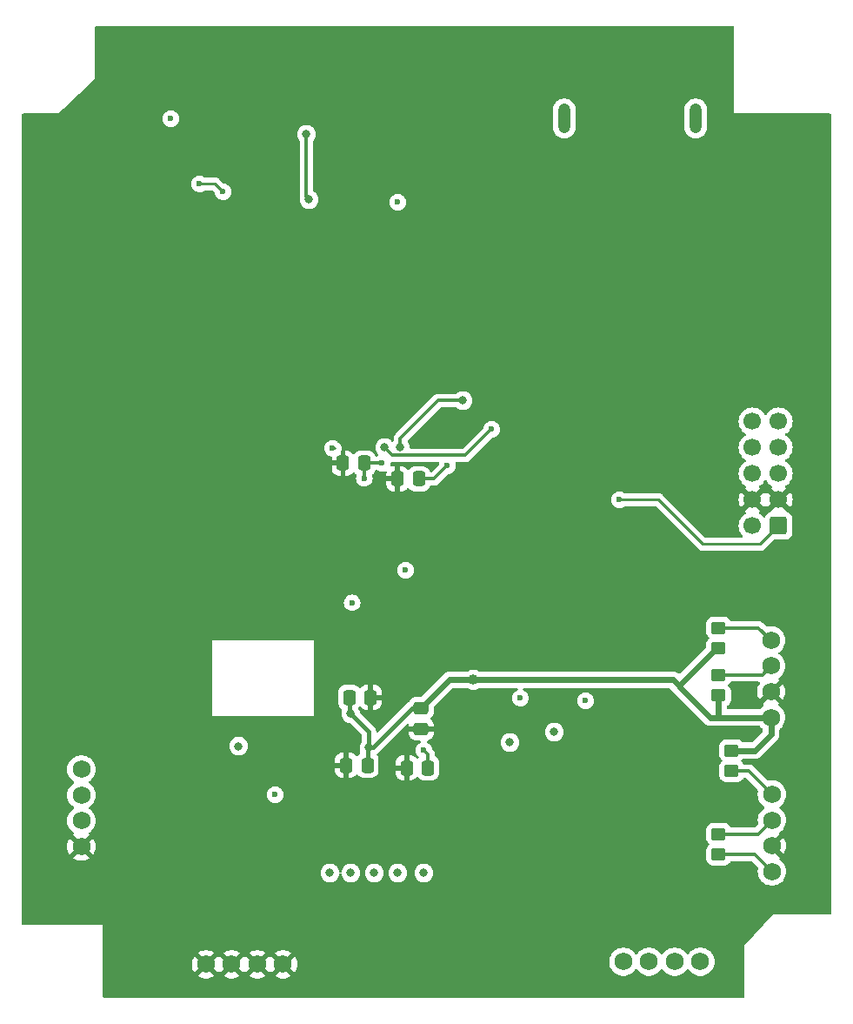
<source format=gbl>
%TF.GenerationSoftware,KiCad,Pcbnew,8.0.5*%
%TF.CreationDate,2024-10-22T12:33:32-04:00*%
%TF.ProjectId,PCB_Schematic,5043425f-5363-4686-956d-617469632e6b,rev?*%
%TF.SameCoordinates,Original*%
%TF.FileFunction,Copper,L2,Bot*%
%TF.FilePolarity,Positive*%
%FSLAX46Y46*%
G04 Gerber Fmt 4.6, Leading zero omitted, Abs format (unit mm)*
G04 Created by KiCad (PCBNEW 8.0.5) date 2024-10-22 12:33:32*
%MOMM*%
%LPD*%
G01*
G04 APERTURE LIST*
G04 Aperture macros list*
%AMRoundRect*
0 Rectangle with rounded corners*
0 $1 Rounding radius*
0 $2 $3 $4 $5 $6 $7 $8 $9 X,Y pos of 4 corners*
0 Add a 4 corners polygon primitive as box body*
4,1,4,$2,$3,$4,$5,$6,$7,$8,$9,$2,$3,0*
0 Add four circle primitives for the rounded corners*
1,1,$1+$1,$2,$3*
1,1,$1+$1,$4,$5*
1,1,$1+$1,$6,$7*
1,1,$1+$1,$8,$9*
0 Add four rect primitives between the rounded corners*
20,1,$1+$1,$2,$3,$4,$5,0*
20,1,$1+$1,$4,$5,$6,$7,0*
20,1,$1+$1,$6,$7,$8,$9,0*
20,1,$1+$1,$8,$9,$2,$3,0*%
G04 Aperture macros list end*
%TA.AperFunction,ComponentPad*%
%ADD10C,1.752600*%
%TD*%
%TA.AperFunction,ComponentPad*%
%ADD11O,1.200000X2.900000*%
%TD*%
%TA.AperFunction,ComponentPad*%
%ADD12RoundRect,0.250000X0.600000X0.600000X-0.600000X0.600000X-0.600000X-0.600000X0.600000X-0.600000X0*%
%TD*%
%TA.AperFunction,ComponentPad*%
%ADD13C,1.700000*%
%TD*%
%TA.AperFunction,SMDPad,CuDef*%
%ADD14RoundRect,0.250000X0.337500X0.475000X-0.337500X0.475000X-0.337500X-0.475000X0.337500X-0.475000X0*%
%TD*%
%TA.AperFunction,SMDPad,CuDef*%
%ADD15RoundRect,0.250000X-0.475000X0.337500X-0.475000X-0.337500X0.475000X-0.337500X0.475000X0.337500X0*%
%TD*%
%TA.AperFunction,SMDPad,CuDef*%
%ADD16RoundRect,0.250000X-0.337500X-0.475000X0.337500X-0.475000X0.337500X0.475000X-0.337500X0.475000X0*%
%TD*%
%TA.AperFunction,SMDPad,CuDef*%
%ADD17RoundRect,0.250000X-0.450000X0.350000X-0.450000X-0.350000X0.450000X-0.350000X0.450000X0.350000X0*%
%TD*%
%TA.AperFunction,SMDPad,CuDef*%
%ADD18RoundRect,0.250000X0.450000X-0.350000X0.450000X0.350000X-0.450000X0.350000X-0.450000X-0.350000X0*%
%TD*%
%TA.AperFunction,ViaPad*%
%ADD19C,0.600000*%
%TD*%
%TA.AperFunction,ViaPad*%
%ADD20C,0.800000*%
%TD*%
%TA.AperFunction,ViaPad*%
%ADD21C,5.000000*%
%TD*%
%TA.AperFunction,ViaPad*%
%ADD22C,1.000000*%
%TD*%
%TA.AperFunction,Conductor*%
%ADD23C,0.254000*%
%TD*%
%TA.AperFunction,Conductor*%
%ADD24C,0.300000*%
%TD*%
%TA.AperFunction,Conductor*%
%ADD25C,0.600000*%
%TD*%
%TA.AperFunction,Conductor*%
%ADD26C,0.250000*%
%TD*%
%TA.AperFunction,Conductor*%
%ADD27C,0.400000*%
%TD*%
G04 APERTURE END LIST*
D10*
%TO.P,J7,1,Pin_1*%
%TO.N,+3.3V*%
X161067597Y-99919200D03*
%TO.P,J7,2,Pin_2*%
%TO.N,GND*%
X161067597Y-97419200D03*
%TO.P,J7,3,Pin_3*%
%TO.N,/SCL2E*%
X161067597Y-94919200D03*
%TO.P,J7,4,Pin_4*%
%TO.N,/SDA2E*%
X161067597Y-92419200D03*
%TD*%
D11*
%TO.P,J5,5,Shield*%
%TO.N,unconnected-(J5-Shield-Pad5)*%
X153720000Y-41650000D03*
%TO.N,unconnected-(J5-Shield-Pad5)_1*%
X140920000Y-41650000D03*
%TD*%
D10*
%TO.P,J6,1,Pin_1*%
%TO.N,+3.3V*%
X161133000Y-114916000D03*
%TO.P,J6,2,Pin_2*%
%TO.N,GND*%
X161133000Y-112416000D03*
%TO.P,J6,3,Pin_3*%
%TO.N,/SCL1E*%
X161133000Y-109916000D03*
%TO.P,J6,4,Pin_4*%
%TO.N,/SDA1E*%
X161133000Y-107416000D03*
%TD*%
D12*
%TO.P,J1,1,Pin_1*%
%TO.N,/NRST*%
X161798000Y-81280000D03*
D13*
%TO.P,J1,2,Pin_2*%
%TO.N,/SWDIO_IN*%
X159258000Y-81280000D03*
%TO.P,J1,3,Pin_3*%
%TO.N,GND*%
X161798000Y-78740000D03*
%TO.P,J1,4,Pin_4*%
X159258000Y-78740000D03*
%TO.P,J1,5,Pin_5*%
%TO.N,unconnected-(J1-Pin_5-Pad5)*%
X161798000Y-76200000D03*
%TO.P,J1,6,Pin_6*%
%TO.N,/SWCLK_IN*%
X159258000Y-76200000D03*
%TO.P,J1,7,Pin_7*%
%TO.N,unconnected-(J1-Pin_7-Pad7)*%
X161798000Y-73660000D03*
%TO.P,J1,8,Pin_8*%
%TO.N,unconnected-(J1-Pin_8-Pad8)*%
X159258000Y-73660000D03*
%TO.P,J1,9,Pin_9*%
%TO.N,unconnected-(J1-Pin_9-Pad9)*%
X161798000Y-71120000D03*
%TO.P,J1,10,Pin_10*%
%TO.N,unconnected-(J1-Pin_10-Pad10)*%
X159258000Y-71120000D03*
%TD*%
D10*
%TO.P,J2,1,Pin_1*%
%TO.N,GND*%
X113538000Y-123952000D03*
%TO.P,J2,2,Pin_2*%
X111038000Y-123952000D03*
%TO.P,J2,3,Pin_3*%
X108538000Y-123952000D03*
%TO.P,J2,4,Pin_4*%
X106038000Y-123952000D03*
%TD*%
%TO.P,J4,1,Pin_1*%
%TO.N,+5V*%
X93901500Y-104980500D03*
%TO.P,J4,2,Pin_2*%
%TO.N,/TrigE*%
X93901500Y-107480500D03*
%TO.P,J4,3,Pin_3*%
%TO.N,/Echo5VE*%
X93901500Y-109980500D03*
%TO.P,J4,4,Pin_4*%
%TO.N,GND*%
X93901500Y-112480500D03*
%TD*%
%TO.P,J3,1,Pin_1*%
%TO.N,+3.3V*%
X154178000Y-123698000D03*
%TO.P,J3,2,Pin_2*%
X151678000Y-123698000D03*
%TO.P,J3,3,Pin_3*%
X149178000Y-123698000D03*
%TO.P,J3,4,Pin_4*%
X146678000Y-123698000D03*
%TD*%
D14*
%TO.P,C2,1*%
%TO.N,+5V*%
X126767500Y-76708000D03*
%TO.P,C2,2*%
%TO.N,GND*%
X124692500Y-76708000D03*
%TD*%
%TO.P,C8,1*%
%TO.N,+3.3V*%
X127648000Y-104836000D03*
%TO.P,C8,2*%
%TO.N,GND*%
X125573000Y-104836000D03*
%TD*%
%TO.P,C7,1*%
%TO.N,+3.3V*%
X121763000Y-104582000D03*
%TO.P,C7,2*%
%TO.N,GND*%
X119688000Y-104582000D03*
%TD*%
%TO.P,C1,1*%
%TO.N,/USB UART Comm/VCCIO*%
X121455000Y-75184000D03*
%TO.P,C1,2*%
%TO.N,GND*%
X119380000Y-75184000D03*
%TD*%
D15*
%TO.P,C9,1*%
%TO.N,+3.3V*%
X127000000Y-99017000D03*
%TO.P,C9,2*%
%TO.N,GND*%
X127000000Y-101092000D03*
%TD*%
D16*
%TO.P,C6,1*%
%TO.N,+3.3V*%
X119985000Y-97978000D03*
%TO.P,C6,2*%
%TO.N,GND*%
X122060000Y-97978000D03*
%TD*%
D17*
%TO.P,R16,1*%
%TO.N,+3.3V*%
X157226000Y-103140000D03*
%TO.P,R16,2*%
%TO.N,/SDA1E*%
X157226000Y-105140000D03*
%TD*%
D18*
%TO.P,R18,1*%
%TO.N,+3.3V*%
X155956000Y-113268000D03*
%TO.P,R18,2*%
%TO.N,/SCL1E*%
X155956000Y-111268000D03*
%TD*%
%TO.P,R19,1*%
%TO.N,+3.3V*%
X155956000Y-93202000D03*
%TO.P,R19,2*%
%TO.N,/SDA2E*%
X155956000Y-91202000D03*
%TD*%
%TO.P,R20,1*%
%TO.N,+3.3V*%
X155956000Y-97790000D03*
%TO.P,R20,2*%
%TO.N,/SCL2E*%
X155956000Y-95790000D03*
%TD*%
D19*
%TO.N,GND*%
X132080000Y-97536000D03*
D20*
X137414000Y-37846000D03*
D19*
X151892000Y-56896000D03*
X152654000Y-55626000D03*
X125222000Y-69596000D03*
D20*
X145288000Y-82296000D03*
D19*
X118364000Y-107696000D03*
D20*
X133604000Y-56896000D03*
D19*
X124714000Y-124460000D03*
X92964000Y-48768000D03*
D20*
X164592000Y-53848000D03*
D19*
X120396000Y-70358000D03*
D20*
X147574000Y-87884000D03*
D19*
X123444000Y-68834000D03*
X148590000Y-94996000D03*
D20*
X133604000Y-83566000D03*
X103886000Y-82550000D03*
X125984000Y-55118000D03*
D19*
X111760000Y-45466000D03*
X108712000Y-69088000D03*
X114300000Y-85344000D03*
X100838000Y-50800000D03*
D20*
X148082000Y-65532000D03*
X130556000Y-89154000D03*
X94742000Y-96774000D03*
X139954000Y-58166000D03*
X108458000Y-74676000D03*
D19*
X100838000Y-94742000D03*
X101854000Y-50800000D03*
X114300000Y-63500000D03*
X109037500Y-114565500D03*
X113538000Y-91440000D03*
D20*
X110744000Y-88138000D03*
X148844000Y-114808000D03*
D19*
X112522000Y-101600000D03*
D20*
X134874000Y-42926000D03*
D19*
X104648000Y-109220000D03*
D20*
X164084000Y-61468000D03*
D19*
X96266000Y-48260000D03*
D20*
X137922000Y-78740000D03*
D19*
X121666000Y-70104000D03*
D20*
X144780000Y-54356000D03*
D19*
X100838000Y-49784000D03*
D20*
X102870000Y-96774000D03*
D19*
X103124000Y-49784000D03*
D20*
X141478000Y-117602000D03*
X130302000Y-65024000D03*
D19*
X124714000Y-126492000D03*
X154178000Y-53086000D03*
X107950000Y-46736000D03*
X94488000Y-82042000D03*
X102870000Y-50800000D03*
X134820000Y-77149000D03*
D20*
X109474000Y-91694000D03*
X137414000Y-82296000D03*
X138938000Y-106680000D03*
D19*
X121666000Y-89408000D03*
X135328000Y-73339000D03*
X120291000Y-93726000D03*
X116078000Y-101600000D03*
D20*
X99314000Y-120396000D03*
X90932000Y-118872000D03*
D19*
X155956000Y-38354000D03*
X92964000Y-65278000D03*
D20*
X137414000Y-90678000D03*
D19*
X119380000Y-111252000D03*
X103378000Y-61722000D03*
X158750000Y-88900000D03*
D20*
X94742000Y-118364000D03*
D19*
X101854000Y-49784000D03*
D20*
X110744000Y-64262000D03*
X140970000Y-89154000D03*
D19*
X129032000Y-111506000D03*
X97028000Y-95758000D03*
D20*
X110744000Y-80264000D03*
D19*
X114935000Y-113919000D03*
X122936000Y-80772000D03*
D20*
X142240000Y-48260000D03*
D19*
X94742000Y-49530000D03*
D20*
X126746000Y-33782000D03*
D19*
X102870000Y-71628000D03*
X110236000Y-83820000D03*
X96266000Y-50038000D03*
X95504000Y-46482000D03*
X104902000Y-35052000D03*
D20*
X114300000Y-116332000D03*
D19*
X125984000Y-118364000D03*
D20*
X115316000Y-81534000D03*
D19*
X106172000Y-69596000D03*
X92710000Y-46736000D03*
X124968000Y-121412000D03*
D21*
X120904000Y-121412000D03*
D20*
X140208000Y-122428000D03*
X148590000Y-109474000D03*
X109220000Y-36830000D03*
D19*
X125984000Y-109474000D03*
D20*
%TO.N,+5V*%
X131064000Y-69088000D03*
D19*
X129540000Y-75438000D03*
D20*
X124968000Y-73660000D03*
D19*
X102616000Y-41656000D03*
D20*
%TO.N,+3.3V*%
X120142000Y-99568000D03*
D22*
X132080000Y-96266000D03*
D20*
X121920000Y-102870000D03*
D19*
X124714000Y-49784000D03*
X127254000Y-103124000D03*
%TO.N,/NRST*%
X146304000Y-78740000D03*
%TO.N,Net-(U4-BOOT)*%
X107696000Y-48768000D03*
X105410000Y-48006000D03*
%TO.N,/USB UART Comm/VCCIO*%
X121455000Y-76665000D03*
X123190000Y-75184000D03*
%TO.N,/TXD*%
X120269000Y-88773000D03*
%TO.N,/RXD*%
X125476000Y-85598000D03*
D20*
%TO.N,Net-(D9-A)*%
X115824000Y-43180000D03*
X116078000Y-49530000D03*
%TO.N,/Trig*%
X109220000Y-102713456D03*
%TO.N,/SCL1*%
X135636000Y-102362000D03*
D19*
%TO.N,/SCL2*%
X143002000Y-98298000D03*
D20*
%TO.N,/SDA1*%
X139954000Y-101346000D03*
D19*
%TO.N,/SDA2*%
X136652000Y-98044000D03*
%TO.N,/Echo3.3V*%
X112776000Y-107442000D03*
%TO.N,Net-(U2-CBUS0)*%
X118364000Y-73726500D03*
D20*
%TO.N,/PA7*%
X122428000Y-115062000D03*
%TO.N,/PA4*%
X118110000Y-115062000D03*
%TO.N,/PB1*%
X127254000Y-115062000D03*
%TO.N,/PC5*%
X124714000Y-115062000D03*
%TO.N,/PA6*%
X120142000Y-115062000D03*
%TO.N,Net-(U2-VCC)*%
X123444000Y-73660000D03*
D19*
X133858000Y-71882000D03*
%TD*%
D23*
%TO.N,GND*%
X103378000Y-61722000D02*
X105664000Y-61722000D01*
D24*
%TO.N,+5V*%
X124968000Y-72756000D02*
X128636000Y-69088000D01*
X126767500Y-76708000D02*
X128270000Y-76708000D01*
X124968000Y-73660000D02*
X124968000Y-72756000D01*
X128270000Y-76708000D02*
X129540000Y-75438000D01*
X128636000Y-69088000D02*
X131064000Y-69088000D01*
D25*
%TO.N,+3.3V*%
X129751000Y-96266000D02*
X127000000Y-99017000D01*
D26*
X127648000Y-104836000D02*
X127574000Y-104836000D01*
D27*
X121920000Y-102870000D02*
X121920000Y-101346000D01*
D26*
X121763000Y-104582000D02*
X121732000Y-104582000D01*
D24*
X155956000Y-93202000D02*
X155718000Y-93202000D01*
D23*
X122274445Y-102870000D02*
X121920000Y-102870000D01*
D25*
X157226000Y-103140000D02*
X159496000Y-103140000D01*
D24*
X121763000Y-103027000D02*
X121920000Y-102870000D01*
D26*
X121732000Y-104582000D02*
X121666000Y-104648000D01*
D27*
X126127445Y-99017000D02*
X122274445Y-102870000D01*
D25*
X161067597Y-101568403D02*
X161067597Y-99919200D01*
D24*
X127648000Y-104836000D02*
X127648000Y-103518000D01*
D25*
X132080000Y-96266000D02*
X151484445Y-96266000D01*
D27*
X119985000Y-97978000D02*
X119985000Y-99411000D01*
D25*
X155956000Y-97790000D02*
X155956000Y-99919200D01*
D24*
X159485000Y-113268000D02*
X161133000Y-114916000D01*
D25*
X155718000Y-93202000D02*
X152069223Y-96850777D01*
D24*
X152196223Y-96977777D02*
X152069223Y-96850777D01*
D27*
X121920000Y-101346000D02*
X120142000Y-99568000D01*
X121763000Y-104582000D02*
X121763000Y-103027000D01*
D26*
X127574000Y-104836000D02*
X127508000Y-104902000D01*
D27*
X127000000Y-99017000D02*
X126127445Y-99017000D01*
D24*
X127648000Y-103518000D02*
X127254000Y-103124000D01*
D25*
X155956000Y-99919200D02*
X155137645Y-99919200D01*
X157226000Y-99919200D02*
X155956000Y-99919200D01*
D24*
X155956000Y-113268000D02*
X159485000Y-113268000D01*
D26*
X119985000Y-99411000D02*
X120142000Y-99568000D01*
D25*
X155137645Y-99919200D02*
X152196223Y-96977777D01*
X151484445Y-96266000D02*
X152069223Y-96850777D01*
X159496000Y-103140000D02*
X161067597Y-101568403D01*
X161067597Y-99919200D02*
X157226000Y-99919200D01*
X132080000Y-96266000D02*
X129751000Y-96266000D01*
D23*
%TO.N,/NRST*%
X160020000Y-83058000D02*
X162052000Y-81026000D01*
X150114000Y-78740000D02*
X154432000Y-83058000D01*
X154432000Y-83058000D02*
X160020000Y-83058000D01*
X146304000Y-78740000D02*
X150114000Y-78740000D01*
%TO.N,Net-(U4-BOOT)*%
X106934000Y-48006000D02*
X105410000Y-48006000D01*
X107696000Y-48768000D02*
X106934000Y-48006000D01*
D24*
%TO.N,/USB UART Comm/VCCIO*%
X121455000Y-75184000D02*
X121455000Y-76665000D01*
X121412000Y-76708000D02*
X121455000Y-76665000D01*
X121455000Y-75184000D02*
X123190000Y-75184000D01*
%TO.N,/SDA1E*%
X157226000Y-105140000D02*
X158857000Y-105140000D01*
X158857000Y-105140000D02*
X161133000Y-107416000D01*
%TO.N,/SCL1E*%
X155956000Y-111268000D02*
X159781000Y-111268000D01*
X159781000Y-111268000D02*
X161133000Y-109916000D01*
%TO.N,/SDA2E*%
X155956000Y-91202000D02*
X159850397Y-91202000D01*
X159850397Y-91202000D02*
X161067597Y-92419200D01*
%TO.N,/SCL2E*%
X160196797Y-95790000D02*
X161067597Y-94919200D01*
X155956000Y-95790000D02*
X160196797Y-95790000D01*
D23*
%TO.N,Net-(D9-A)*%
X116078000Y-49530000D02*
X115824000Y-49530000D01*
D24*
X115824000Y-43180000D02*
X115824000Y-49276000D01*
X115824000Y-49276000D02*
X116078000Y-49530000D01*
D26*
%TO.N,Net-(U2-CBUS0)*%
X118364000Y-73726500D02*
X118618000Y-73726500D01*
D24*
%TO.N,Net-(U2-VCC)*%
X131318000Y-74422000D02*
X124206000Y-74422000D01*
X133858000Y-71882000D02*
X131318000Y-74422000D01*
X124206000Y-74422000D02*
X123444000Y-73660000D01*
%TD*%
%TA.AperFunction,Conductor*%
%TO.N,GND*%
G36*
X159900923Y-96460185D02*
G01*
X159946678Y-96512989D01*
X159956622Y-96582147D01*
X159937693Y-96632322D01*
X159853027Y-96761912D01*
X159761406Y-96970784D01*
X159705414Y-97191895D01*
X159686580Y-97419194D01*
X159686580Y-97419205D01*
X159705414Y-97646504D01*
X159761406Y-97867615D01*
X159853028Y-98076490D01*
X159933531Y-98199710D01*
X160487755Y-97645486D01*
X160516122Y-97713970D01*
X160584225Y-97815893D01*
X160670904Y-97902572D01*
X160772827Y-97970675D01*
X160841308Y-97999040D01*
X160285685Y-98554662D01*
X160285686Y-98554663D01*
X160306714Y-98571031D01*
X160347526Y-98627742D01*
X160351199Y-98697515D01*
X160316567Y-98758198D01*
X160306712Y-98766736D01*
X160131927Y-98902775D01*
X160131916Y-98902786D01*
X159977386Y-99070649D01*
X159977225Y-99070857D01*
X159977137Y-99070919D01*
X159973910Y-99074426D01*
X159973188Y-99073762D01*
X159920517Y-99111673D01*
X159879368Y-99118700D01*
X156880500Y-99118700D01*
X156813461Y-99099015D01*
X156767706Y-99046211D01*
X156756500Y-98994700D01*
X156756500Y-98874797D01*
X156776185Y-98807758D01*
X156815403Y-98769258D01*
X156874656Y-98732712D01*
X156998712Y-98608656D01*
X157090814Y-98459334D01*
X157145999Y-98292797D01*
X157156500Y-98190009D01*
X157156499Y-97389992D01*
X157149166Y-97318211D01*
X157145999Y-97287203D01*
X157145998Y-97287200D01*
X157140743Y-97271341D01*
X157090814Y-97120666D01*
X156998712Y-96971344D01*
X156905049Y-96877681D01*
X156871564Y-96816358D01*
X156876548Y-96746666D01*
X156905049Y-96702319D01*
X156998712Y-96608656D01*
X157066099Y-96499402D01*
X157118047Y-96452679D01*
X157171638Y-96440500D01*
X159833884Y-96440500D01*
X159900923Y-96460185D01*
G37*
%TD.AperFunction*%
%TA.AperFunction,Conductor*%
G36*
X161332075Y-78932993D02*
G01*
X161397901Y-79047007D01*
X161490993Y-79140099D01*
X161605007Y-79205925D01*
X161668590Y-79222962D01*
X161032208Y-79859342D01*
X161021788Y-79911193D01*
X160973172Y-79961376D01*
X160951032Y-79971205D01*
X160878674Y-79995182D01*
X160878663Y-79995187D01*
X160729342Y-80087289D01*
X160605289Y-80211342D01*
X160513187Y-80360663D01*
X160513183Y-80360673D01*
X160510335Y-80369268D01*
X160470560Y-80426711D01*
X160406044Y-80453531D01*
X160337268Y-80441214D01*
X160300517Y-80412233D01*
X160300324Y-80412427D01*
X160298682Y-80410785D01*
X160297642Y-80409965D01*
X160296494Y-80408597D01*
X160129402Y-80241506D01*
X160129401Y-80241505D01*
X159943405Y-80111269D01*
X159899781Y-80056692D01*
X159892588Y-79987193D01*
X159924110Y-79924839D01*
X159943405Y-79908119D01*
X160019373Y-79854925D01*
X159387409Y-79222962D01*
X159450993Y-79205925D01*
X159565007Y-79140099D01*
X159658099Y-79047007D01*
X159723925Y-78932993D01*
X159740962Y-78869410D01*
X160372925Y-79501373D01*
X160426425Y-79424968D01*
X160481002Y-79381344D01*
X160550501Y-79374151D01*
X160612855Y-79405673D01*
X160629576Y-79424969D01*
X160683073Y-79501372D01*
X161315037Y-78869409D01*
X161332075Y-78932993D01*
G37*
%TD.AperFunction*%
%TA.AperFunction,Conductor*%
G36*
X160612855Y-76866546D02*
G01*
X160629575Y-76885842D01*
X160759500Y-77071395D01*
X160759505Y-77071401D01*
X160926599Y-77238495D01*
X161112594Y-77368730D01*
X161156218Y-77423307D01*
X161163411Y-77492806D01*
X161131889Y-77555160D01*
X161112593Y-77571880D01*
X161036626Y-77625072D01*
X161036625Y-77625072D01*
X161668590Y-78257037D01*
X161605007Y-78274075D01*
X161490993Y-78339901D01*
X161397901Y-78432993D01*
X161332075Y-78547007D01*
X161315037Y-78610590D01*
X160683072Y-77978625D01*
X160683072Y-77978626D01*
X160629574Y-78055030D01*
X160574998Y-78098655D01*
X160505499Y-78105849D01*
X160443144Y-78074326D01*
X160426424Y-78055030D01*
X160372925Y-77978626D01*
X160372925Y-77978625D01*
X159740962Y-78610589D01*
X159723925Y-78547007D01*
X159658099Y-78432993D01*
X159565007Y-78339901D01*
X159450993Y-78274075D01*
X159387410Y-78257037D01*
X160019373Y-77625073D01*
X160019373Y-77625072D01*
X159943405Y-77571880D01*
X159899780Y-77517304D01*
X159892586Y-77447805D01*
X159924108Y-77385451D01*
X159943399Y-77368734D01*
X160129401Y-77238495D01*
X160296495Y-77071401D01*
X160426425Y-76885842D01*
X160481002Y-76842217D01*
X160550500Y-76835023D01*
X160612855Y-76866546D01*
G37*
%TD.AperFunction*%
%TA.AperFunction,Conductor*%
G36*
X157423039Y-32670185D02*
G01*
X157468794Y-32722989D01*
X157480000Y-32774500D01*
X157480000Y-41148000D01*
X166784500Y-41148000D01*
X166851539Y-41167685D01*
X166897294Y-41220489D01*
X166908500Y-41272000D01*
X166908500Y-119002000D01*
X166888815Y-119069039D01*
X166836011Y-119114794D01*
X166784500Y-119126000D01*
X161289999Y-119126000D01*
X158496000Y-122173999D01*
X158496000Y-127113500D01*
X158476315Y-127180539D01*
X158423511Y-127226294D01*
X158372000Y-127237500D01*
X96136000Y-127237500D01*
X96068961Y-127217815D01*
X96023206Y-127165011D01*
X96012000Y-127113500D01*
X96012000Y-123951994D01*
X104656983Y-123951994D01*
X104656983Y-123952005D01*
X104675817Y-124179304D01*
X104731809Y-124400415D01*
X104823431Y-124609290D01*
X104903934Y-124732510D01*
X105458158Y-124178287D01*
X105486525Y-124246770D01*
X105554628Y-124348693D01*
X105641307Y-124435372D01*
X105743230Y-124503475D01*
X105811711Y-124531840D01*
X105256088Y-125087462D01*
X105256089Y-125087463D01*
X105282651Y-125108137D01*
X105282652Y-125108139D01*
X105483250Y-125216698D01*
X105483255Y-125216700D01*
X105698976Y-125290757D01*
X105923958Y-125328300D01*
X106152042Y-125328300D01*
X106377023Y-125290757D01*
X106592744Y-125216700D01*
X106592749Y-125216698D01*
X106793346Y-125108139D01*
X106793349Y-125108137D01*
X106819910Y-125087463D01*
X106264287Y-124531840D01*
X106332770Y-124503475D01*
X106434693Y-124435372D01*
X106521372Y-124348693D01*
X106589475Y-124246770D01*
X106617840Y-124178288D01*
X107172063Y-124732511D01*
X107184190Y-124713950D01*
X107237336Y-124668593D01*
X107306567Y-124659169D01*
X107369903Y-124688670D01*
X107391807Y-124713949D01*
X107403934Y-124732511D01*
X107958158Y-124178287D01*
X107986525Y-124246770D01*
X108054628Y-124348693D01*
X108141307Y-124435372D01*
X108243230Y-124503475D01*
X108311711Y-124531840D01*
X107756088Y-125087462D01*
X107756089Y-125087463D01*
X107782651Y-125108137D01*
X107782652Y-125108139D01*
X107983250Y-125216698D01*
X107983255Y-125216700D01*
X108198976Y-125290757D01*
X108423958Y-125328300D01*
X108652042Y-125328300D01*
X108877023Y-125290757D01*
X109092744Y-125216700D01*
X109092749Y-125216698D01*
X109293346Y-125108139D01*
X109293349Y-125108137D01*
X109319910Y-125087463D01*
X108764287Y-124531840D01*
X108832770Y-124503475D01*
X108934693Y-124435372D01*
X109021372Y-124348693D01*
X109089475Y-124246770D01*
X109117840Y-124178288D01*
X109672063Y-124732511D01*
X109684190Y-124713950D01*
X109737336Y-124668593D01*
X109806567Y-124659169D01*
X109869903Y-124688670D01*
X109891807Y-124713949D01*
X109903934Y-124732511D01*
X110458158Y-124178287D01*
X110486525Y-124246770D01*
X110554628Y-124348693D01*
X110641307Y-124435372D01*
X110743230Y-124503475D01*
X110811711Y-124531840D01*
X110256088Y-125087462D01*
X110256089Y-125087463D01*
X110282651Y-125108137D01*
X110282652Y-125108139D01*
X110483250Y-125216698D01*
X110483255Y-125216700D01*
X110698976Y-125290757D01*
X110923958Y-125328300D01*
X111152042Y-125328300D01*
X111377023Y-125290757D01*
X111592744Y-125216700D01*
X111592749Y-125216698D01*
X111793346Y-125108139D01*
X111793349Y-125108137D01*
X111819910Y-125087463D01*
X111264287Y-124531840D01*
X111332770Y-124503475D01*
X111434693Y-124435372D01*
X111521372Y-124348693D01*
X111589475Y-124246770D01*
X111617840Y-124178288D01*
X112172063Y-124732511D01*
X112184190Y-124713950D01*
X112237336Y-124668593D01*
X112306567Y-124659169D01*
X112369903Y-124688670D01*
X112391807Y-124713949D01*
X112403934Y-124732511D01*
X112958158Y-124178287D01*
X112986525Y-124246770D01*
X113054628Y-124348693D01*
X113141307Y-124435372D01*
X113243230Y-124503475D01*
X113311711Y-124531840D01*
X112756088Y-125087462D01*
X112756089Y-125087463D01*
X112782651Y-125108137D01*
X112782652Y-125108139D01*
X112983250Y-125216698D01*
X112983255Y-125216700D01*
X113198976Y-125290757D01*
X113423958Y-125328300D01*
X113652042Y-125328300D01*
X113877023Y-125290757D01*
X114092744Y-125216700D01*
X114092749Y-125216698D01*
X114293346Y-125108139D01*
X114293349Y-125108137D01*
X114319910Y-125087463D01*
X113764287Y-124531840D01*
X113832770Y-124503475D01*
X113934693Y-124435372D01*
X114021372Y-124348693D01*
X114089475Y-124246770D01*
X114117840Y-124178288D01*
X114672063Y-124732511D01*
X114752569Y-124609287D01*
X114844190Y-124400415D01*
X114900182Y-124179304D01*
X114919017Y-123952005D01*
X114919017Y-123951994D01*
X114900182Y-123724695D01*
X114893420Y-123697994D01*
X145296481Y-123697994D01*
X145296481Y-123698005D01*
X145315321Y-123925383D01*
X145315323Y-123925391D01*
X145371335Y-124146577D01*
X145462989Y-124355529D01*
X145587787Y-124546548D01*
X145718621Y-124688670D01*
X145742323Y-124714417D01*
X145922381Y-124854561D01*
X146123050Y-124963158D01*
X146338857Y-125037245D01*
X146563915Y-125074800D01*
X146792085Y-125074800D01*
X147017143Y-125037245D01*
X147232950Y-124963158D01*
X147433619Y-124854561D01*
X147613677Y-124714417D01*
X147768213Y-124546547D01*
X147824191Y-124460866D01*
X147877337Y-124415509D01*
X147946568Y-124406085D01*
X148009904Y-124435587D01*
X148031809Y-124460866D01*
X148087787Y-124546548D01*
X148218621Y-124688670D01*
X148242323Y-124714417D01*
X148422381Y-124854561D01*
X148623050Y-124963158D01*
X148838857Y-125037245D01*
X149063915Y-125074800D01*
X149292085Y-125074800D01*
X149517143Y-125037245D01*
X149732950Y-124963158D01*
X149933619Y-124854561D01*
X150113677Y-124714417D01*
X150268213Y-124546547D01*
X150324191Y-124460866D01*
X150377337Y-124415509D01*
X150446568Y-124406085D01*
X150509904Y-124435587D01*
X150531809Y-124460866D01*
X150587787Y-124546548D01*
X150718621Y-124688670D01*
X150742323Y-124714417D01*
X150922381Y-124854561D01*
X151123050Y-124963158D01*
X151338857Y-125037245D01*
X151563915Y-125074800D01*
X151792085Y-125074800D01*
X152017143Y-125037245D01*
X152232950Y-124963158D01*
X152433619Y-124854561D01*
X152613677Y-124714417D01*
X152768213Y-124546547D01*
X152824191Y-124460866D01*
X152877337Y-124415509D01*
X152946568Y-124406085D01*
X153009904Y-124435587D01*
X153031809Y-124460866D01*
X153087787Y-124546548D01*
X153218621Y-124688670D01*
X153242323Y-124714417D01*
X153422381Y-124854561D01*
X153623050Y-124963158D01*
X153838857Y-125037245D01*
X154063915Y-125074800D01*
X154292085Y-125074800D01*
X154517143Y-125037245D01*
X154732950Y-124963158D01*
X154933619Y-124854561D01*
X155113677Y-124714417D01*
X155268213Y-124546547D01*
X155393010Y-124355530D01*
X155484664Y-124146578D01*
X155540677Y-123925391D01*
X155559519Y-123698000D01*
X155547695Y-123555307D01*
X155540678Y-123470616D01*
X155540677Y-123470613D01*
X155540677Y-123470609D01*
X155484664Y-123249422D01*
X155393010Y-123040470D01*
X155268213Y-122849453D01*
X155268212Y-122849451D01*
X155113680Y-122681586D01*
X155113676Y-122681582D01*
X154933620Y-122541440D01*
X154933619Y-122541439D01*
X154732950Y-122432842D01*
X154732942Y-122432839D01*
X154517145Y-122358755D01*
X154292085Y-122321200D01*
X154063915Y-122321200D01*
X153838854Y-122358755D01*
X153623057Y-122432839D01*
X153623049Y-122432842D01*
X153422379Y-122541440D01*
X153242323Y-122681582D01*
X153242319Y-122681586D01*
X153087789Y-122849449D01*
X153031809Y-122935134D01*
X152978662Y-122980490D01*
X152909431Y-122989914D01*
X152846095Y-122960412D01*
X152824191Y-122935134D01*
X152768210Y-122849449D01*
X152613680Y-122681586D01*
X152613676Y-122681582D01*
X152433620Y-122541440D01*
X152433619Y-122541439D01*
X152232950Y-122432842D01*
X152232942Y-122432839D01*
X152017145Y-122358755D01*
X151792085Y-122321200D01*
X151563915Y-122321200D01*
X151338854Y-122358755D01*
X151123057Y-122432839D01*
X151123049Y-122432842D01*
X150922379Y-122541440D01*
X150742323Y-122681582D01*
X150742319Y-122681586D01*
X150587789Y-122849449D01*
X150531809Y-122935134D01*
X150478662Y-122980490D01*
X150409431Y-122989914D01*
X150346095Y-122960412D01*
X150324191Y-122935134D01*
X150268210Y-122849449D01*
X150113680Y-122681586D01*
X150113676Y-122681582D01*
X149933620Y-122541440D01*
X149933619Y-122541439D01*
X149732950Y-122432842D01*
X149732942Y-122432839D01*
X149517145Y-122358755D01*
X149292085Y-122321200D01*
X149063915Y-122321200D01*
X148838854Y-122358755D01*
X148623057Y-122432839D01*
X148623049Y-122432842D01*
X148422379Y-122541440D01*
X148242323Y-122681582D01*
X148242319Y-122681586D01*
X148087789Y-122849449D01*
X148031809Y-122935134D01*
X147978662Y-122980490D01*
X147909431Y-122989914D01*
X147846095Y-122960412D01*
X147824191Y-122935134D01*
X147768210Y-122849449D01*
X147613680Y-122681586D01*
X147613676Y-122681582D01*
X147433620Y-122541440D01*
X147433619Y-122541439D01*
X147232950Y-122432842D01*
X147232942Y-122432839D01*
X147017145Y-122358755D01*
X146792085Y-122321200D01*
X146563915Y-122321200D01*
X146338854Y-122358755D01*
X146123057Y-122432839D01*
X146123049Y-122432842D01*
X145922379Y-122541440D01*
X145742323Y-122681582D01*
X145742319Y-122681586D01*
X145587787Y-122849451D01*
X145462989Y-123040470D01*
X145371335Y-123249422D01*
X145315323Y-123470608D01*
X145315321Y-123470616D01*
X145296481Y-123697994D01*
X114893420Y-123697994D01*
X114844190Y-123503584D01*
X114752568Y-123294709D01*
X114672063Y-123171487D01*
X114117840Y-123725710D01*
X114089475Y-123657230D01*
X114021372Y-123555307D01*
X113934693Y-123468628D01*
X113832770Y-123400525D01*
X113764288Y-123372159D01*
X114319910Y-122816537D01*
X114319909Y-122816535D01*
X114293349Y-122795862D01*
X114293348Y-122795861D01*
X114092749Y-122687301D01*
X114092744Y-122687299D01*
X113877023Y-122613242D01*
X113652042Y-122575700D01*
X113423958Y-122575700D01*
X113198976Y-122613242D01*
X112983255Y-122687299D01*
X112983250Y-122687301D01*
X112782652Y-122795860D01*
X112782646Y-122795864D01*
X112756089Y-122816534D01*
X112756089Y-122816536D01*
X113311712Y-123372159D01*
X113243230Y-123400525D01*
X113141307Y-123468628D01*
X113054628Y-123555307D01*
X112986525Y-123657230D01*
X112958159Y-123725712D01*
X112403934Y-123171487D01*
X112391807Y-123190050D01*
X112338661Y-123235406D01*
X112269430Y-123244830D01*
X112206094Y-123215328D01*
X112184190Y-123190049D01*
X112172063Y-123171487D01*
X111617840Y-123725710D01*
X111589475Y-123657230D01*
X111521372Y-123555307D01*
X111434693Y-123468628D01*
X111332770Y-123400525D01*
X111264288Y-123372159D01*
X111819910Y-122816537D01*
X111819909Y-122816535D01*
X111793349Y-122795862D01*
X111793348Y-122795861D01*
X111592749Y-122687301D01*
X111592744Y-122687299D01*
X111377023Y-122613242D01*
X111152042Y-122575700D01*
X110923958Y-122575700D01*
X110698976Y-122613242D01*
X110483255Y-122687299D01*
X110483250Y-122687301D01*
X110282652Y-122795860D01*
X110282646Y-122795864D01*
X110256089Y-122816534D01*
X110256089Y-122816536D01*
X110811712Y-123372159D01*
X110743230Y-123400525D01*
X110641307Y-123468628D01*
X110554628Y-123555307D01*
X110486525Y-123657230D01*
X110458159Y-123725712D01*
X109903934Y-123171487D01*
X109891807Y-123190050D01*
X109838661Y-123235406D01*
X109769430Y-123244830D01*
X109706094Y-123215328D01*
X109684190Y-123190049D01*
X109672063Y-123171487D01*
X109117840Y-123725710D01*
X109089475Y-123657230D01*
X109021372Y-123555307D01*
X108934693Y-123468628D01*
X108832770Y-123400525D01*
X108764288Y-123372159D01*
X109319910Y-122816537D01*
X109319909Y-122816535D01*
X109293349Y-122795862D01*
X109293348Y-122795861D01*
X109092749Y-122687301D01*
X109092744Y-122687299D01*
X108877023Y-122613242D01*
X108652042Y-122575700D01*
X108423958Y-122575700D01*
X108198976Y-122613242D01*
X107983255Y-122687299D01*
X107983250Y-122687301D01*
X107782652Y-122795860D01*
X107782646Y-122795864D01*
X107756089Y-122816534D01*
X107756089Y-122816536D01*
X108311712Y-123372159D01*
X108243230Y-123400525D01*
X108141307Y-123468628D01*
X108054628Y-123555307D01*
X107986525Y-123657230D01*
X107958159Y-123725712D01*
X107403934Y-123171487D01*
X107391807Y-123190050D01*
X107338661Y-123235406D01*
X107269430Y-123244830D01*
X107206094Y-123215328D01*
X107184190Y-123190049D01*
X107172063Y-123171487D01*
X106617840Y-123725710D01*
X106589475Y-123657230D01*
X106521372Y-123555307D01*
X106434693Y-123468628D01*
X106332770Y-123400525D01*
X106264288Y-123372159D01*
X106819910Y-122816537D01*
X106819909Y-122816535D01*
X106793349Y-122795862D01*
X106793348Y-122795861D01*
X106592749Y-122687301D01*
X106592744Y-122687299D01*
X106377023Y-122613242D01*
X106152042Y-122575700D01*
X105923958Y-122575700D01*
X105698976Y-122613242D01*
X105483255Y-122687299D01*
X105483250Y-122687301D01*
X105282652Y-122795860D01*
X105282646Y-122795864D01*
X105256089Y-122816534D01*
X105256089Y-122816536D01*
X105811712Y-123372159D01*
X105743230Y-123400525D01*
X105641307Y-123468628D01*
X105554628Y-123555307D01*
X105486525Y-123657230D01*
X105458159Y-123725712D01*
X104903935Y-123171488D01*
X104823431Y-123294710D01*
X104823429Y-123294714D01*
X104731809Y-123503584D01*
X104675817Y-123724695D01*
X104656983Y-123951994D01*
X96012000Y-123951994D01*
X96012000Y-120142000D01*
X88231500Y-120142000D01*
X88164461Y-120122315D01*
X88118706Y-120069511D01*
X88107500Y-120018000D01*
X88107500Y-115062000D01*
X117204540Y-115062000D01*
X117224326Y-115250256D01*
X117224327Y-115250259D01*
X117282818Y-115430277D01*
X117282821Y-115430284D01*
X117377467Y-115594216D01*
X117504129Y-115734888D01*
X117657265Y-115846148D01*
X117657270Y-115846151D01*
X117830192Y-115923142D01*
X117830197Y-115923144D01*
X118015354Y-115962500D01*
X118015355Y-115962500D01*
X118204644Y-115962500D01*
X118204646Y-115962500D01*
X118389803Y-115923144D01*
X118562730Y-115846151D01*
X118715871Y-115734888D01*
X118842533Y-115594216D01*
X118937179Y-115430284D01*
X118995674Y-115250256D01*
X119002679Y-115183597D01*
X119029263Y-115118985D01*
X119086561Y-115079000D01*
X119156380Y-115076340D01*
X119216553Y-115111849D01*
X119247977Y-115174254D01*
X119249318Y-115183583D01*
X119256326Y-115250256D01*
X119256327Y-115250259D01*
X119314818Y-115430277D01*
X119314821Y-115430284D01*
X119409467Y-115594216D01*
X119536129Y-115734888D01*
X119689265Y-115846148D01*
X119689270Y-115846151D01*
X119862192Y-115923142D01*
X119862197Y-115923144D01*
X120047354Y-115962500D01*
X120047355Y-115962500D01*
X120236644Y-115962500D01*
X120236646Y-115962500D01*
X120421803Y-115923144D01*
X120594730Y-115846151D01*
X120747871Y-115734888D01*
X120874533Y-115594216D01*
X120969179Y-115430284D01*
X121027674Y-115250256D01*
X121047460Y-115062000D01*
X121522540Y-115062000D01*
X121542326Y-115250256D01*
X121542327Y-115250259D01*
X121600818Y-115430277D01*
X121600821Y-115430284D01*
X121695467Y-115594216D01*
X121822129Y-115734888D01*
X121975265Y-115846148D01*
X121975270Y-115846151D01*
X122148192Y-115923142D01*
X122148197Y-115923144D01*
X122333354Y-115962500D01*
X122333355Y-115962500D01*
X122522644Y-115962500D01*
X122522646Y-115962500D01*
X122707803Y-115923144D01*
X122880730Y-115846151D01*
X123033871Y-115734888D01*
X123160533Y-115594216D01*
X123255179Y-115430284D01*
X123313674Y-115250256D01*
X123333460Y-115062000D01*
X123808540Y-115062000D01*
X123828326Y-115250256D01*
X123828327Y-115250259D01*
X123886818Y-115430277D01*
X123886821Y-115430284D01*
X123981467Y-115594216D01*
X124108129Y-115734888D01*
X124261265Y-115846148D01*
X124261270Y-115846151D01*
X124434192Y-115923142D01*
X124434197Y-115923144D01*
X124619354Y-115962500D01*
X124619355Y-115962500D01*
X124808644Y-115962500D01*
X124808646Y-115962500D01*
X124993803Y-115923144D01*
X125166730Y-115846151D01*
X125319871Y-115734888D01*
X125446533Y-115594216D01*
X125541179Y-115430284D01*
X125599674Y-115250256D01*
X125619460Y-115062000D01*
X126348540Y-115062000D01*
X126368326Y-115250256D01*
X126368327Y-115250259D01*
X126426818Y-115430277D01*
X126426821Y-115430284D01*
X126521467Y-115594216D01*
X126648129Y-115734888D01*
X126801265Y-115846148D01*
X126801270Y-115846151D01*
X126974192Y-115923142D01*
X126974197Y-115923144D01*
X127159354Y-115962500D01*
X127159355Y-115962500D01*
X127348644Y-115962500D01*
X127348646Y-115962500D01*
X127533803Y-115923144D01*
X127706730Y-115846151D01*
X127859871Y-115734888D01*
X127986533Y-115594216D01*
X128081179Y-115430284D01*
X128139674Y-115250256D01*
X128159460Y-115062000D01*
X128139674Y-114873744D01*
X128081179Y-114693716D01*
X127986533Y-114529784D01*
X127859871Y-114389112D01*
X127831500Y-114368499D01*
X127706734Y-114277851D01*
X127706729Y-114277848D01*
X127533807Y-114200857D01*
X127533802Y-114200855D01*
X127388001Y-114169865D01*
X127348646Y-114161500D01*
X127159354Y-114161500D01*
X127126897Y-114168398D01*
X126974197Y-114200855D01*
X126974192Y-114200857D01*
X126801270Y-114277848D01*
X126801265Y-114277851D01*
X126648129Y-114389111D01*
X126521466Y-114529785D01*
X126426821Y-114693715D01*
X126426818Y-114693722D01*
X126368327Y-114873740D01*
X126368326Y-114873744D01*
X126348540Y-115062000D01*
X125619460Y-115062000D01*
X125599674Y-114873744D01*
X125541179Y-114693716D01*
X125446533Y-114529784D01*
X125319871Y-114389112D01*
X125291500Y-114368499D01*
X125166734Y-114277851D01*
X125166729Y-114277848D01*
X124993807Y-114200857D01*
X124993802Y-114200855D01*
X124848001Y-114169865D01*
X124808646Y-114161500D01*
X124619354Y-114161500D01*
X124586897Y-114168398D01*
X124434197Y-114200855D01*
X124434192Y-114200857D01*
X124261270Y-114277848D01*
X124261265Y-114277851D01*
X124108129Y-114389111D01*
X123981466Y-114529785D01*
X123886821Y-114693715D01*
X123886818Y-114693722D01*
X123828327Y-114873740D01*
X123828326Y-114873744D01*
X123808540Y-115062000D01*
X123333460Y-115062000D01*
X123313674Y-114873744D01*
X123255179Y-114693716D01*
X123160533Y-114529784D01*
X123033871Y-114389112D01*
X123005500Y-114368499D01*
X122880734Y-114277851D01*
X122880729Y-114277848D01*
X122707807Y-114200857D01*
X122707802Y-114200855D01*
X122562001Y-114169865D01*
X122522646Y-114161500D01*
X122333354Y-114161500D01*
X122300897Y-114168398D01*
X122148197Y-114200855D01*
X122148192Y-114200857D01*
X121975270Y-114277848D01*
X121975265Y-114277851D01*
X121822129Y-114389111D01*
X121695466Y-114529785D01*
X121600821Y-114693715D01*
X121600818Y-114693722D01*
X121542327Y-114873740D01*
X121542326Y-114873744D01*
X121522540Y-115062000D01*
X121047460Y-115062000D01*
X121027674Y-114873744D01*
X120969179Y-114693716D01*
X120874533Y-114529784D01*
X120747871Y-114389112D01*
X120719500Y-114368499D01*
X120594734Y-114277851D01*
X120594729Y-114277848D01*
X120421807Y-114200857D01*
X120421802Y-114200855D01*
X120276001Y-114169865D01*
X120236646Y-114161500D01*
X120047354Y-114161500D01*
X120014897Y-114168398D01*
X119862197Y-114200855D01*
X119862192Y-114200857D01*
X119689270Y-114277848D01*
X119689265Y-114277851D01*
X119536129Y-114389111D01*
X119409466Y-114529785D01*
X119314821Y-114693715D01*
X119314818Y-114693722D01*
X119256327Y-114873740D01*
X119256326Y-114873744D01*
X119249320Y-114940402D01*
X119222736Y-115005014D01*
X119165439Y-115044999D01*
X119095620Y-115047659D01*
X119035446Y-115012150D01*
X119004023Y-114949745D01*
X119002681Y-114940416D01*
X118995674Y-114873744D01*
X118937179Y-114693716D01*
X118842533Y-114529784D01*
X118715871Y-114389112D01*
X118687500Y-114368499D01*
X118562734Y-114277851D01*
X118562729Y-114277848D01*
X118389807Y-114200857D01*
X118389802Y-114200855D01*
X118244001Y-114169865D01*
X118204646Y-114161500D01*
X118015354Y-114161500D01*
X117982897Y-114168398D01*
X117830197Y-114200855D01*
X117830192Y-114200857D01*
X117657270Y-114277848D01*
X117657265Y-114277851D01*
X117504129Y-114389111D01*
X117377466Y-114529785D01*
X117282821Y-114693715D01*
X117282818Y-114693722D01*
X117224327Y-114873740D01*
X117224326Y-114873744D01*
X117204540Y-115062000D01*
X88107500Y-115062000D01*
X88107500Y-104980494D01*
X92519981Y-104980494D01*
X92519981Y-104980505D01*
X92538821Y-105207883D01*
X92538823Y-105207891D01*
X92594835Y-105429077D01*
X92686489Y-105638029D01*
X92811287Y-105829048D01*
X92965819Y-105996913D01*
X92965830Y-105996924D01*
X93140208Y-106132647D01*
X93181021Y-106189357D01*
X93184696Y-106259130D01*
X93150064Y-106319813D01*
X93140208Y-106328353D01*
X92965830Y-106464075D01*
X92965819Y-106464086D01*
X92811287Y-106631951D01*
X92686489Y-106822970D01*
X92594835Y-107031922D01*
X92538823Y-107253108D01*
X92538821Y-107253116D01*
X92519981Y-107480494D01*
X92519981Y-107480505D01*
X92538821Y-107707883D01*
X92538823Y-107707891D01*
X92594835Y-107929077D01*
X92686489Y-108138029D01*
X92811287Y-108329048D01*
X92965819Y-108496913D01*
X92965830Y-108496924D01*
X93140208Y-108632647D01*
X93181021Y-108689357D01*
X93184696Y-108759130D01*
X93150064Y-108819813D01*
X93140208Y-108828353D01*
X92965830Y-108964075D01*
X92965819Y-108964086D01*
X92811287Y-109131951D01*
X92686489Y-109322970D01*
X92594835Y-109531922D01*
X92538823Y-109753108D01*
X92538821Y-109753116D01*
X92519981Y-109980494D01*
X92519981Y-109980505D01*
X92538821Y-110207883D01*
X92538823Y-110207891D01*
X92594835Y-110429077D01*
X92686489Y-110638029D01*
X92811287Y-110829048D01*
X92906446Y-110932417D01*
X92965823Y-110996917D01*
X93068715Y-111077001D01*
X93140615Y-111132962D01*
X93181428Y-111189673D01*
X93185103Y-111259446D01*
X93150472Y-111320129D01*
X93140616Y-111328669D01*
X93119589Y-111345034D01*
X93119589Y-111345036D01*
X93675212Y-111900659D01*
X93606730Y-111929025D01*
X93504807Y-111997128D01*
X93418128Y-112083807D01*
X93350025Y-112185730D01*
X93321659Y-112254212D01*
X92767435Y-111699988D01*
X92686931Y-111823210D01*
X92686929Y-111823214D01*
X92595309Y-112032084D01*
X92539317Y-112253195D01*
X92520483Y-112480494D01*
X92520483Y-112480505D01*
X92539317Y-112707804D01*
X92595309Y-112928915D01*
X92686931Y-113137790D01*
X92767434Y-113261010D01*
X93321658Y-112706787D01*
X93350025Y-112775270D01*
X93418128Y-112877193D01*
X93504807Y-112963872D01*
X93606730Y-113031975D01*
X93675211Y-113060340D01*
X93119588Y-113615962D01*
X93119589Y-113615963D01*
X93146151Y-113636637D01*
X93146152Y-113636639D01*
X93346750Y-113745198D01*
X93346755Y-113745200D01*
X93562476Y-113819257D01*
X93787458Y-113856800D01*
X94015542Y-113856800D01*
X94240523Y-113819257D01*
X94456244Y-113745200D01*
X94456249Y-113745198D01*
X94656846Y-113636639D01*
X94656849Y-113636637D01*
X94683410Y-113615963D01*
X94127787Y-113060340D01*
X94196270Y-113031975D01*
X94298193Y-112963872D01*
X94384872Y-112877193D01*
X94452975Y-112775270D01*
X94481340Y-112706788D01*
X95035563Y-113261011D01*
X95116069Y-113137787D01*
X95207690Y-112928915D01*
X95263682Y-112707804D01*
X95282517Y-112480505D01*
X95282517Y-112480494D01*
X95263682Y-112253195D01*
X95207690Y-112032084D01*
X95116068Y-111823209D01*
X95035563Y-111699987D01*
X94481340Y-112254210D01*
X94452975Y-112185730D01*
X94384872Y-112083807D01*
X94298193Y-111997128D01*
X94196270Y-111929025D01*
X94127788Y-111900659D01*
X94683410Y-111345037D01*
X94683409Y-111345035D01*
X94662382Y-111328668D01*
X94621570Y-111271957D01*
X94617897Y-111202184D01*
X94652529Y-111141501D01*
X94662371Y-111132972D01*
X94837177Y-110996917D01*
X94991713Y-110829047D01*
X95116510Y-110638030D01*
X95208164Y-110429078D01*
X95264177Y-110207891D01*
X95267524Y-110167500D01*
X95283019Y-109980505D01*
X95283019Y-109980494D01*
X95264178Y-109753116D01*
X95264177Y-109753113D01*
X95264177Y-109753109D01*
X95208164Y-109531922D01*
X95116510Y-109322970D01*
X94991713Y-109131953D01*
X94991712Y-109131951D01*
X94837180Y-108964086D01*
X94837176Y-108964082D01*
X94662791Y-108828354D01*
X94621978Y-108771643D01*
X94618303Y-108701870D01*
X94652934Y-108641187D01*
X94662791Y-108632646D01*
X94837177Y-108496917D01*
X94991713Y-108329047D01*
X95116510Y-108138030D01*
X95208164Y-107929078D01*
X95264177Y-107707891D01*
X95269522Y-107643391D01*
X95283019Y-107480505D01*
X95283019Y-107480494D01*
X95279829Y-107441996D01*
X111970435Y-107441996D01*
X111970435Y-107442003D01*
X111990630Y-107621249D01*
X111990631Y-107621254D01*
X112050211Y-107791523D01*
X112096115Y-107864578D01*
X112146184Y-107944262D01*
X112273738Y-108071816D01*
X112426478Y-108167789D01*
X112596745Y-108227368D01*
X112596750Y-108227369D01*
X112775996Y-108247565D01*
X112776000Y-108247565D01*
X112776004Y-108247565D01*
X112955249Y-108227369D01*
X112955252Y-108227368D01*
X112955255Y-108227368D01*
X113125522Y-108167789D01*
X113278262Y-108071816D01*
X113405816Y-107944262D01*
X113501789Y-107791522D01*
X113561368Y-107621255D01*
X113581565Y-107442000D01*
X113578636Y-107416005D01*
X113561369Y-107262750D01*
X113561368Y-107262745D01*
X113501788Y-107092476D01*
X113423211Y-106967422D01*
X113405816Y-106939738D01*
X113278262Y-106812184D01*
X113192777Y-106758470D01*
X113125523Y-106716211D01*
X112955254Y-106656631D01*
X112955249Y-106656630D01*
X112776004Y-106636435D01*
X112775996Y-106636435D01*
X112596750Y-106656630D01*
X112596745Y-106656631D01*
X112426476Y-106716211D01*
X112273737Y-106812184D01*
X112146184Y-106939737D01*
X112050211Y-107092476D01*
X111990631Y-107262745D01*
X111990630Y-107262750D01*
X111970435Y-107441996D01*
X95279829Y-107441996D01*
X95264178Y-107253116D01*
X95264177Y-107253113D01*
X95264177Y-107253109D01*
X95208164Y-107031922D01*
X95116510Y-106822970D01*
X95007835Y-106656630D01*
X94991712Y-106631951D01*
X94837180Y-106464086D01*
X94837176Y-106464082D01*
X94662791Y-106328354D01*
X94621978Y-106271643D01*
X94618303Y-106201870D01*
X94652934Y-106141187D01*
X94662791Y-106132646D01*
X94708281Y-106097240D01*
X94837177Y-105996917D01*
X94991713Y-105829047D01*
X95116510Y-105638030D01*
X95208164Y-105429078D01*
X95264177Y-105207891D01*
X95272536Y-105107016D01*
X95272538Y-105106986D01*
X118600501Y-105106986D01*
X118610994Y-105209697D01*
X118666141Y-105376119D01*
X118666143Y-105376124D01*
X118758184Y-105525345D01*
X118882154Y-105649315D01*
X119031375Y-105741356D01*
X119031380Y-105741358D01*
X119197802Y-105796505D01*
X119197809Y-105796506D01*
X119300519Y-105806999D01*
X119437999Y-105806999D01*
X119438000Y-105806998D01*
X119438000Y-104832000D01*
X118600501Y-104832000D01*
X118600501Y-105106986D01*
X95272538Y-105106986D01*
X95283019Y-104980505D01*
X95283019Y-104980494D01*
X95264178Y-104753116D01*
X95264177Y-104753113D01*
X95264177Y-104753109D01*
X95208164Y-104531922D01*
X95116510Y-104322970D01*
X95041594Y-104208302D01*
X94991712Y-104131951D01*
X94922726Y-104057013D01*
X118600500Y-104057013D01*
X118600500Y-104332000D01*
X119438000Y-104332000D01*
X119438000Y-103357000D01*
X119300527Y-103357000D01*
X119300512Y-103357001D01*
X119197802Y-103367494D01*
X119031380Y-103422641D01*
X119031375Y-103422643D01*
X118882154Y-103514684D01*
X118758184Y-103638654D01*
X118666143Y-103787875D01*
X118666141Y-103787880D01*
X118610994Y-103954302D01*
X118610993Y-103954309D01*
X118600500Y-104057013D01*
X94922726Y-104057013D01*
X94837180Y-103964086D01*
X94837176Y-103964082D01*
X94689880Y-103849438D01*
X94657119Y-103823939D01*
X94456450Y-103715342D01*
X94456442Y-103715339D01*
X94240645Y-103641255D01*
X94015585Y-103603700D01*
X93787415Y-103603700D01*
X93562354Y-103641255D01*
X93346557Y-103715339D01*
X93346549Y-103715342D01*
X93145879Y-103823940D01*
X92965823Y-103964082D01*
X92965819Y-103964086D01*
X92811287Y-104131951D01*
X92686489Y-104322970D01*
X92594835Y-104531922D01*
X92538823Y-104753108D01*
X92538821Y-104753116D01*
X92519981Y-104980494D01*
X88107500Y-104980494D01*
X88107500Y-102713456D01*
X108314540Y-102713456D01*
X108334326Y-102901712D01*
X108334327Y-102901715D01*
X108392818Y-103081733D01*
X108392821Y-103081740D01*
X108487467Y-103245672D01*
X108597156Y-103367494D01*
X108614129Y-103386344D01*
X108767265Y-103497604D01*
X108767270Y-103497607D01*
X108940192Y-103574598D01*
X108940197Y-103574600D01*
X109125354Y-103613956D01*
X109125355Y-103613956D01*
X109314644Y-103613956D01*
X109314646Y-103613956D01*
X109499803Y-103574600D01*
X109672730Y-103497607D01*
X109825871Y-103386344D01*
X109952533Y-103245672D01*
X110047179Y-103081740D01*
X110105674Y-102901712D01*
X110125460Y-102713456D01*
X110105674Y-102525200D01*
X110047179Y-102345172D01*
X109952533Y-102181240D01*
X109825871Y-102040568D01*
X109825870Y-102040567D01*
X109672734Y-101929307D01*
X109672729Y-101929304D01*
X109499807Y-101852313D01*
X109499802Y-101852311D01*
X109354001Y-101821321D01*
X109314646Y-101812956D01*
X109125354Y-101812956D01*
X109092897Y-101819854D01*
X108940197Y-101852311D01*
X108940192Y-101852313D01*
X108767270Y-101929304D01*
X108767265Y-101929307D01*
X108614129Y-102040567D01*
X108487466Y-102181241D01*
X108392821Y-102345171D01*
X108392818Y-102345178D01*
X108334327Y-102525196D01*
X108334326Y-102525200D01*
X108314540Y-102713456D01*
X88107500Y-102713456D01*
X88107500Y-99822000D01*
X106680000Y-99822000D01*
X116586000Y-99822000D01*
X116586000Y-97452983D01*
X118897000Y-97452983D01*
X118897000Y-98503001D01*
X118897001Y-98503019D01*
X118907500Y-98605796D01*
X118907501Y-98605799D01*
X118962685Y-98772331D01*
X118962687Y-98772336D01*
X118997569Y-98828888D01*
X119054788Y-98921656D01*
X119178844Y-99045712D01*
X119225596Y-99074548D01*
X119272320Y-99126494D01*
X119284500Y-99180087D01*
X119284500Y-99273393D01*
X119278431Y-99311710D01*
X119256326Y-99379744D01*
X119236540Y-99568000D01*
X119256326Y-99756256D01*
X119256327Y-99756259D01*
X119314818Y-99936277D01*
X119314821Y-99936284D01*
X119409467Y-100100216D01*
X119536129Y-100240888D01*
X119689265Y-100352148D01*
X119689270Y-100352151D01*
X119862191Y-100429142D01*
X119862193Y-100429142D01*
X119862197Y-100429144D01*
X120017130Y-100462075D01*
X120078607Y-100495266D01*
X120079026Y-100495683D01*
X121183181Y-101599838D01*
X121216666Y-101661161D01*
X121219500Y-101687519D01*
X121219500Y-102254608D01*
X121199815Y-102321647D01*
X121187656Y-102337574D01*
X121187468Y-102337782D01*
X121187464Y-102337787D01*
X121092821Y-102501715D01*
X121092818Y-102501722D01*
X121053823Y-102621738D01*
X121034326Y-102681744D01*
X121024580Y-102774476D01*
X121014540Y-102870000D01*
X121030912Y-103025778D01*
X121034326Y-103058256D01*
X121056431Y-103126289D01*
X121062500Y-103164605D01*
X121062500Y-103379911D01*
X121042815Y-103446950D01*
X121003598Y-103485449D01*
X120956844Y-103514287D01*
X120832788Y-103638343D01*
X120832783Y-103638349D01*
X120830741Y-103641661D01*
X120828747Y-103643453D01*
X120828307Y-103644011D01*
X120828211Y-103643935D01*
X120778791Y-103688383D01*
X120709828Y-103699602D01*
X120645747Y-103671755D01*
X120619668Y-103641656D01*
X120617819Y-103638659D01*
X120617816Y-103638655D01*
X120493845Y-103514684D01*
X120344624Y-103422643D01*
X120344619Y-103422641D01*
X120178197Y-103367494D01*
X120178190Y-103367493D01*
X120075486Y-103357000D01*
X119938000Y-103357000D01*
X119938000Y-105806999D01*
X120075472Y-105806999D01*
X120075486Y-105806998D01*
X120178197Y-105796505D01*
X120344619Y-105741358D01*
X120344624Y-105741356D01*
X120493845Y-105649315D01*
X120617818Y-105525342D01*
X120619665Y-105522348D01*
X120621469Y-105520724D01*
X120622298Y-105519677D01*
X120622476Y-105519818D01*
X120671610Y-105475621D01*
X120740573Y-105464396D01*
X120804656Y-105492236D01*
X120830743Y-105522341D01*
X120832788Y-105525656D01*
X120956844Y-105649712D01*
X121106166Y-105741814D01*
X121272703Y-105796999D01*
X121375491Y-105807500D01*
X122150508Y-105807499D01*
X122150516Y-105807498D01*
X122150519Y-105807498D01*
X122206802Y-105801748D01*
X122253297Y-105796999D01*
X122419834Y-105741814D01*
X122569156Y-105649712D01*
X122693212Y-105525656D01*
X122785314Y-105376334D01*
X122790400Y-105360986D01*
X124485501Y-105360986D01*
X124495994Y-105463697D01*
X124551141Y-105630119D01*
X124551143Y-105630124D01*
X124643184Y-105779345D01*
X124767154Y-105903315D01*
X124916375Y-105995356D01*
X124916380Y-105995358D01*
X125082802Y-106050505D01*
X125082809Y-106050506D01*
X125185519Y-106060999D01*
X125322999Y-106060999D01*
X125323000Y-106060998D01*
X125323000Y-105086000D01*
X124485501Y-105086000D01*
X124485501Y-105360986D01*
X122790400Y-105360986D01*
X122840499Y-105209797D01*
X122851000Y-105107009D01*
X122850999Y-104311013D01*
X124485500Y-104311013D01*
X124485500Y-104586000D01*
X125323000Y-104586000D01*
X125323000Y-103611000D01*
X125185527Y-103611000D01*
X125185512Y-103611001D01*
X125082802Y-103621494D01*
X124916380Y-103676641D01*
X124916375Y-103676643D01*
X124767154Y-103768684D01*
X124643184Y-103892654D01*
X124551143Y-104041875D01*
X124551141Y-104041880D01*
X124495994Y-104208302D01*
X124495993Y-104208309D01*
X124485500Y-104311013D01*
X122850999Y-104311013D01*
X122850999Y-104056992D01*
X122849433Y-104041666D01*
X122840499Y-103954203D01*
X122840498Y-103954200D01*
X122835958Y-103940499D01*
X122785314Y-103787666D01*
X122693212Y-103638344D01*
X122676761Y-103621893D01*
X122643276Y-103560570D01*
X122648260Y-103490878D01*
X122690132Y-103434945D01*
X122695553Y-103431109D01*
X122708226Y-103422641D01*
X122720988Y-103414114D01*
X124655615Y-101479486D01*
X125775001Y-101479486D01*
X125785494Y-101582197D01*
X125840641Y-101748619D01*
X125840643Y-101748624D01*
X125932684Y-101897845D01*
X126056654Y-102021815D01*
X126205875Y-102113856D01*
X126205880Y-102113858D01*
X126372302Y-102169005D01*
X126372309Y-102169006D01*
X126475019Y-102179499D01*
X126822140Y-102179499D01*
X126889179Y-102199183D01*
X126934934Y-102251987D01*
X126944878Y-102321146D01*
X126915853Y-102384701D01*
X126888113Y-102408492D01*
X126751740Y-102494182D01*
X126751737Y-102494184D01*
X126624184Y-102621737D01*
X126528211Y-102774476D01*
X126468631Y-102944745D01*
X126468630Y-102944750D01*
X126448435Y-103123996D01*
X126448435Y-103124003D01*
X126468630Y-103303249D01*
X126468631Y-103303254D01*
X126528211Y-103473523D01*
X126624184Y-103626262D01*
X126716345Y-103718423D01*
X126749830Y-103779746D01*
X126744846Y-103849438D01*
X126721375Y-103885963D01*
X126722272Y-103886672D01*
X126717787Y-103892344D01*
X126715741Y-103895662D01*
X126713746Y-103897455D01*
X126713314Y-103898003D01*
X126713220Y-103897928D01*
X126663791Y-103942384D01*
X126594828Y-103953603D01*
X126530747Y-103925756D01*
X126504665Y-103895652D01*
X126502818Y-103892657D01*
X126378845Y-103768684D01*
X126229624Y-103676643D01*
X126229619Y-103676641D01*
X126063197Y-103621494D01*
X126063190Y-103621493D01*
X125960486Y-103611000D01*
X125823000Y-103611000D01*
X125823000Y-106060999D01*
X125960472Y-106060999D01*
X125960486Y-106060998D01*
X126063197Y-106050505D01*
X126229619Y-105995358D01*
X126229624Y-105995356D01*
X126378845Y-105903315D01*
X126502818Y-105779342D01*
X126504665Y-105776348D01*
X126506469Y-105774724D01*
X126507298Y-105773677D01*
X126507476Y-105773818D01*
X126556610Y-105729621D01*
X126625573Y-105718396D01*
X126689656Y-105746236D01*
X126715743Y-105776341D01*
X126717788Y-105779656D01*
X126841844Y-105903712D01*
X126991166Y-105995814D01*
X127157703Y-106050999D01*
X127260491Y-106061500D01*
X128035508Y-106061499D01*
X128035516Y-106061498D01*
X128035519Y-106061498D01*
X128091802Y-106055748D01*
X128138297Y-106050999D01*
X128304834Y-105995814D01*
X128454156Y-105903712D01*
X128578212Y-105779656D01*
X128670314Y-105630334D01*
X128725499Y-105463797D01*
X128736000Y-105361009D01*
X128735999Y-104310992D01*
X128725499Y-104208203D01*
X128670314Y-104041666D01*
X128578212Y-103892344D01*
X128454156Y-103768288D01*
X128357402Y-103708610D01*
X128310679Y-103656663D01*
X128298500Y-103603072D01*
X128298500Y-103453928D01*
X128273502Y-103328261D01*
X128273501Y-103328260D01*
X128273501Y-103328256D01*
X128224465Y-103209873D01*
X128224464Y-103209872D01*
X128224461Y-103209866D01*
X128153277Y-103103332D01*
X128131678Y-103081733D01*
X128075720Y-103025775D01*
X128042237Y-102964455D01*
X128040182Y-102951973D01*
X128039368Y-102944745D01*
X127979789Y-102774478D01*
X127883816Y-102621738D01*
X127756262Y-102494184D01*
X127718829Y-102470663D01*
X127597626Y-102394506D01*
X127598965Y-102392374D01*
X127565329Y-102362000D01*
X134730540Y-102362000D01*
X134750326Y-102550256D01*
X134750327Y-102550259D01*
X134808818Y-102730277D01*
X134808821Y-102730284D01*
X134903467Y-102894216D01*
X135021926Y-103025778D01*
X135030129Y-103034888D01*
X135183265Y-103146148D01*
X135183270Y-103146151D01*
X135356192Y-103223142D01*
X135356197Y-103223144D01*
X135541354Y-103262500D01*
X135541355Y-103262500D01*
X135730644Y-103262500D01*
X135730646Y-103262500D01*
X135915803Y-103223144D01*
X136088730Y-103146151D01*
X136241871Y-103034888D01*
X136368533Y-102894216D01*
X136463179Y-102730284D01*
X136521674Y-102550256D01*
X136541460Y-102362000D01*
X136521674Y-102173744D01*
X136463179Y-101993716D01*
X136368533Y-101829784D01*
X136241871Y-101689112D01*
X136241870Y-101689111D01*
X136088734Y-101577851D01*
X136088729Y-101577848D01*
X135915807Y-101500857D01*
X135915802Y-101500855D01*
X135770001Y-101469865D01*
X135730646Y-101461500D01*
X135541354Y-101461500D01*
X135508897Y-101468398D01*
X135356197Y-101500855D01*
X135356192Y-101500857D01*
X135183270Y-101577848D01*
X135183265Y-101577851D01*
X135030129Y-101689111D01*
X134903466Y-101829785D01*
X134808821Y-101993715D01*
X134808818Y-101993722D01*
X134751865Y-102169006D01*
X134750326Y-102173744D01*
X134730540Y-102362000D01*
X127565329Y-102362000D01*
X127555753Y-102353353D01*
X127537444Y-102285925D01*
X127558496Y-102219302D01*
X127612225Y-102174637D01*
X127622414Y-102170756D01*
X127794119Y-102113858D01*
X127794124Y-102113856D01*
X127943345Y-102021815D01*
X128067315Y-101897845D01*
X128159356Y-101748624D01*
X128159358Y-101748619D01*
X128214505Y-101582197D01*
X128214506Y-101582190D01*
X128224999Y-101479486D01*
X128225000Y-101479473D01*
X128225000Y-101346000D01*
X139048540Y-101346000D01*
X139068326Y-101534256D01*
X139068327Y-101534259D01*
X139126818Y-101714277D01*
X139126821Y-101714284D01*
X139221467Y-101878216D01*
X139348129Y-102018888D01*
X139501265Y-102130148D01*
X139501270Y-102130151D01*
X139674192Y-102207142D01*
X139674197Y-102207144D01*
X139859354Y-102246500D01*
X139859355Y-102246500D01*
X140048644Y-102246500D01*
X140048646Y-102246500D01*
X140233803Y-102207144D01*
X140406730Y-102130151D01*
X140559871Y-102018888D01*
X140686533Y-101878216D01*
X140781179Y-101714284D01*
X140839674Y-101534256D01*
X140859460Y-101346000D01*
X140839674Y-101157744D01*
X140781179Y-100977716D01*
X140686533Y-100813784D01*
X140559871Y-100673112D01*
X140552360Y-100667655D01*
X140406734Y-100561851D01*
X140406729Y-100561848D01*
X140233807Y-100484857D01*
X140233802Y-100484855D01*
X140088001Y-100453865D01*
X140048646Y-100445500D01*
X139859354Y-100445500D01*
X139826897Y-100452398D01*
X139674197Y-100484855D01*
X139674192Y-100484857D01*
X139501270Y-100561848D01*
X139501265Y-100561851D01*
X139348129Y-100673111D01*
X139221466Y-100813785D01*
X139126821Y-100977715D01*
X139126818Y-100977722D01*
X139073548Y-101141672D01*
X139068326Y-101157744D01*
X139048540Y-101346000D01*
X128225000Y-101346000D01*
X128225000Y-101342000D01*
X125775001Y-101342000D01*
X125775001Y-101479486D01*
X124655615Y-101479486D01*
X125567728Y-100567372D01*
X125629049Y-100533889D01*
X125698740Y-100538873D01*
X125754674Y-100580745D01*
X125779091Y-100646209D01*
X125778765Y-100667655D01*
X125775001Y-100704506D01*
X125775000Y-100704526D01*
X125775000Y-100842000D01*
X128224999Y-100842000D01*
X128224999Y-100704528D01*
X128224998Y-100704513D01*
X128214505Y-100601802D01*
X128159358Y-100435380D01*
X128159356Y-100435375D01*
X128067315Y-100286154D01*
X127943344Y-100162183D01*
X127943341Y-100162181D01*
X127940339Y-100160329D01*
X127938713Y-100158521D01*
X127937677Y-100157702D01*
X127937817Y-100157524D01*
X127893617Y-100108380D01*
X127882397Y-100039417D01*
X127910243Y-99975336D01*
X127940344Y-99949254D01*
X127943656Y-99947212D01*
X128067712Y-99823156D01*
X128159814Y-99673834D01*
X128214999Y-99507297D01*
X128225500Y-99404509D01*
X128225499Y-98974938D01*
X128245183Y-98907900D01*
X128261813Y-98887263D01*
X130046259Y-97102819D01*
X130107582Y-97069334D01*
X130133940Y-97066500D01*
X131433947Y-97066500D01*
X131500986Y-97086185D01*
X131512607Y-97094643D01*
X131521462Y-97101910D01*
X131521463Y-97101910D01*
X131521465Y-97101912D01*
X131521467Y-97101913D01*
X131695266Y-97194811D01*
X131695269Y-97194811D01*
X131695273Y-97194814D01*
X131883868Y-97252024D01*
X132080000Y-97271341D01*
X132276132Y-97252024D01*
X132464727Y-97194814D01*
X132485193Y-97183875D01*
X132603448Y-97120666D01*
X132638538Y-97101910D01*
X132647387Y-97094647D01*
X132711696Y-97067334D01*
X132726053Y-97066500D01*
X136292013Y-97066500D01*
X136359052Y-97086185D01*
X136404807Y-97138989D01*
X136414751Y-97208147D01*
X136385726Y-97271703D01*
X136332968Y-97307541D01*
X136302480Y-97318209D01*
X136149737Y-97414184D01*
X136022184Y-97541737D01*
X135926211Y-97694476D01*
X135866631Y-97864745D01*
X135866630Y-97864750D01*
X135846435Y-98043996D01*
X135846435Y-98044003D01*
X135866630Y-98223249D01*
X135866631Y-98223254D01*
X135926211Y-98393523D01*
X136019757Y-98542400D01*
X136022184Y-98546262D01*
X136149738Y-98673816D01*
X136187455Y-98697515D01*
X136297620Y-98766737D01*
X136302478Y-98769789D01*
X136410987Y-98807758D01*
X136472745Y-98829368D01*
X136472750Y-98829369D01*
X136651996Y-98849565D01*
X136652000Y-98849565D01*
X136652004Y-98849565D01*
X136831249Y-98829369D01*
X136831252Y-98829368D01*
X136831255Y-98829368D01*
X137001522Y-98769789D01*
X137154262Y-98673816D01*
X137281816Y-98546262D01*
X137377789Y-98393522D01*
X137411215Y-98297996D01*
X142196435Y-98297996D01*
X142196435Y-98298003D01*
X142216630Y-98477249D01*
X142216631Y-98477254D01*
X142276211Y-98647523D01*
X142354504Y-98772124D01*
X142372184Y-98800262D01*
X142499738Y-98927816D01*
X142652478Y-99023789D01*
X142786396Y-99070649D01*
X142822745Y-99083368D01*
X142822750Y-99083369D01*
X143001996Y-99103565D01*
X143002000Y-99103565D01*
X143002004Y-99103565D01*
X143181249Y-99083369D01*
X143181252Y-99083368D01*
X143181255Y-99083368D01*
X143351522Y-99023789D01*
X143504262Y-98927816D01*
X143631816Y-98800262D01*
X143727789Y-98647522D01*
X143787368Y-98477255D01*
X143787860Y-98472887D01*
X143807565Y-98298003D01*
X143807565Y-98297996D01*
X143787369Y-98118750D01*
X143787368Y-98118745D01*
X143761215Y-98044003D01*
X143727789Y-97948478D01*
X143722148Y-97939501D01*
X143631815Y-97795737D01*
X143504262Y-97668184D01*
X143351523Y-97572211D01*
X143181254Y-97512631D01*
X143181249Y-97512630D01*
X143002004Y-97492435D01*
X143001996Y-97492435D01*
X142822750Y-97512630D01*
X142822745Y-97512631D01*
X142652476Y-97572211D01*
X142499737Y-97668184D01*
X142372184Y-97795737D01*
X142276211Y-97948476D01*
X142216631Y-98118745D01*
X142216630Y-98118750D01*
X142196435Y-98297996D01*
X137411215Y-98297996D01*
X137437368Y-98223255D01*
X137437914Y-98218409D01*
X137457565Y-98044003D01*
X137457565Y-98043996D01*
X137437369Y-97864750D01*
X137437368Y-97864745D01*
X137413221Y-97795737D01*
X137377789Y-97694478D01*
X137361267Y-97668184D01*
X137338582Y-97632080D01*
X137281816Y-97541738D01*
X137154262Y-97414184D01*
X137064701Y-97357909D01*
X137001519Y-97318209D01*
X136971032Y-97307541D01*
X136914256Y-97266820D01*
X136888509Y-97201867D01*
X136901965Y-97133305D01*
X136950353Y-97082903D01*
X137011987Y-97066500D01*
X151101505Y-97066500D01*
X151168544Y-97086185D01*
X151189186Y-97102819D01*
X151563241Y-97476874D01*
X151563158Y-97476956D01*
X151570044Y-97483841D01*
X151570127Y-97483759D01*
X154627352Y-100540986D01*
X154627356Y-100540989D01*
X154758459Y-100628590D01*
X154758463Y-100628592D01*
X154758466Y-100628594D01*
X154904148Y-100688938D01*
X155058798Y-100719699D01*
X155058802Y-100719700D01*
X155058803Y-100719700D01*
X155216488Y-100719700D01*
X155877158Y-100719700D01*
X157147158Y-100719700D01*
X159879368Y-100719700D01*
X159946407Y-100739385D01*
X159973616Y-100764245D01*
X159973911Y-100763974D01*
X159977045Y-100767379D01*
X159977225Y-100767543D01*
X159977380Y-100767743D01*
X160131917Y-100935614D01*
X160131925Y-100935622D01*
X160219258Y-101003594D01*
X160260072Y-101060304D01*
X160267097Y-101101448D01*
X160267097Y-101185463D01*
X160247412Y-101252502D01*
X160230778Y-101273144D01*
X159200741Y-102303181D01*
X159139418Y-102336666D01*
X159113060Y-102339500D01*
X158338231Y-102339500D01*
X158271192Y-102319815D01*
X158250550Y-102303182D01*
X158199355Y-102251987D01*
X158144656Y-102197288D01*
X158009394Y-102113858D01*
X157995336Y-102105187D01*
X157995331Y-102105185D01*
X157993862Y-102104698D01*
X157828797Y-102050001D01*
X157828795Y-102050000D01*
X157726010Y-102039500D01*
X156725998Y-102039500D01*
X156725980Y-102039501D01*
X156623203Y-102050000D01*
X156623200Y-102050001D01*
X156456668Y-102105185D01*
X156456663Y-102105187D01*
X156307342Y-102197289D01*
X156183289Y-102321342D01*
X156091187Y-102470663D01*
X156091185Y-102470668D01*
X156073115Y-102525200D01*
X156036001Y-102637203D01*
X156036001Y-102637204D01*
X156036000Y-102637204D01*
X156025500Y-102739983D01*
X156025500Y-103540001D01*
X156025501Y-103540019D01*
X156036000Y-103642796D01*
X156036001Y-103642799D01*
X156084075Y-103787875D01*
X156091186Y-103809334D01*
X156180602Y-103954302D01*
X156183289Y-103958657D01*
X156276951Y-104052319D01*
X156310436Y-104113642D01*
X156305452Y-104183334D01*
X156276951Y-104227681D01*
X156183289Y-104321342D01*
X156091187Y-104470663D01*
X156091186Y-104470666D01*
X156036001Y-104637203D01*
X156036001Y-104637204D01*
X156036000Y-104637204D01*
X156025500Y-104739983D01*
X156025500Y-105540001D01*
X156025501Y-105540019D01*
X156036000Y-105642796D01*
X156036001Y-105642799D01*
X156091185Y-105809331D01*
X156091187Y-105809336D01*
X156115901Y-105849403D01*
X156183288Y-105958656D01*
X156307344Y-106082712D01*
X156456666Y-106174814D01*
X156623203Y-106229999D01*
X156725991Y-106240500D01*
X157726008Y-106240499D01*
X157726016Y-106240498D01*
X157726019Y-106240498D01*
X157823892Y-106230500D01*
X157828797Y-106229999D01*
X157995334Y-106174814D01*
X158144656Y-106082712D01*
X158268712Y-105958656D01*
X158336099Y-105849402D01*
X158388047Y-105802679D01*
X158441638Y-105790500D01*
X158536192Y-105790500D01*
X158603231Y-105810185D01*
X158623873Y-105826819D01*
X159764014Y-106966960D01*
X159797499Y-107028283D01*
X159796539Y-107085080D01*
X159770324Y-107188601D01*
X159770321Y-107188616D01*
X159751481Y-107415994D01*
X159751481Y-107416005D01*
X159770321Y-107643383D01*
X159770323Y-107643391D01*
X159826335Y-107864577D01*
X159917989Y-108073529D01*
X160042787Y-108264548D01*
X160197319Y-108432413D01*
X160197330Y-108432424D01*
X160371708Y-108568147D01*
X160412521Y-108624857D01*
X160416196Y-108694630D01*
X160381564Y-108755313D01*
X160371708Y-108763853D01*
X160197330Y-108899575D01*
X160197319Y-108899586D01*
X160042787Y-109067451D01*
X159917989Y-109258470D01*
X159826335Y-109467422D01*
X159770323Y-109688608D01*
X159770321Y-109688616D01*
X159751481Y-109915994D01*
X159751481Y-109916005D01*
X159770321Y-110143383D01*
X159770323Y-110143394D01*
X159796539Y-110246917D01*
X159793914Y-110316737D01*
X159764014Y-110365038D01*
X159547871Y-110581182D01*
X159486551Y-110614666D01*
X159460192Y-110617500D01*
X157171638Y-110617500D01*
X157104599Y-110597815D01*
X157066099Y-110558597D01*
X156998712Y-110449344D01*
X156874656Y-110325288D01*
X156725334Y-110233186D01*
X156558797Y-110178001D01*
X156558795Y-110178000D01*
X156456010Y-110167500D01*
X155455998Y-110167500D01*
X155455980Y-110167501D01*
X155353203Y-110178000D01*
X155353200Y-110178001D01*
X155186668Y-110233185D01*
X155186663Y-110233187D01*
X155037342Y-110325289D01*
X154913289Y-110449342D01*
X154821187Y-110598663D01*
X154821186Y-110598666D01*
X154766001Y-110765203D01*
X154766001Y-110765204D01*
X154766000Y-110765204D01*
X154755500Y-110867983D01*
X154755500Y-111668001D01*
X154755501Y-111668019D01*
X154766000Y-111770796D01*
X154766001Y-111770799D01*
X154821185Y-111937331D01*
X154821187Y-111937336D01*
X154913289Y-112086657D01*
X155006951Y-112180319D01*
X155040436Y-112241642D01*
X155035452Y-112311334D01*
X155006951Y-112355681D01*
X154913289Y-112449342D01*
X154821187Y-112598663D01*
X154821185Y-112598668D01*
X154810147Y-112631978D01*
X154766001Y-112765203D01*
X154766001Y-112765204D01*
X154766000Y-112765204D01*
X154755500Y-112867983D01*
X154755500Y-113668001D01*
X154755501Y-113668019D01*
X154766000Y-113770796D01*
X154766001Y-113770799D01*
X154814945Y-113918500D01*
X154821186Y-113937334D01*
X154913288Y-114086656D01*
X155037344Y-114210712D01*
X155186666Y-114302814D01*
X155353203Y-114357999D01*
X155455991Y-114368500D01*
X156456008Y-114368499D01*
X156456016Y-114368498D01*
X156456019Y-114368498D01*
X156512302Y-114362748D01*
X156558797Y-114357999D01*
X156725334Y-114302814D01*
X156874656Y-114210712D01*
X156998712Y-114086656D01*
X157066099Y-113977402D01*
X157118047Y-113930679D01*
X157171638Y-113918500D01*
X159164192Y-113918500D01*
X159231231Y-113938185D01*
X159251873Y-113954819D01*
X159764014Y-114466960D01*
X159797499Y-114528283D01*
X159796539Y-114585080D01*
X159770324Y-114688601D01*
X159770321Y-114688616D01*
X159751481Y-114915994D01*
X159751481Y-114916005D01*
X159770321Y-115143383D01*
X159770323Y-115143391D01*
X159826335Y-115364577D01*
X159917989Y-115573529D01*
X160042787Y-115764548D01*
X160197319Y-115932413D01*
X160197323Y-115932417D01*
X160377381Y-116072561D01*
X160578050Y-116181158D01*
X160793857Y-116255245D01*
X161018915Y-116292800D01*
X161247085Y-116292800D01*
X161472143Y-116255245D01*
X161687950Y-116181158D01*
X161888619Y-116072561D01*
X162068677Y-115932417D01*
X162223213Y-115764547D01*
X162348010Y-115573530D01*
X162439664Y-115364578D01*
X162495677Y-115143391D01*
X162495678Y-115143383D01*
X162514519Y-114916005D01*
X162514519Y-114915994D01*
X162495678Y-114688616D01*
X162495677Y-114688613D01*
X162495677Y-114688609D01*
X162439664Y-114467422D01*
X162348010Y-114258470D01*
X162310369Y-114200856D01*
X162223212Y-114067451D01*
X162068680Y-113899586D01*
X162068676Y-113899582D01*
X161903212Y-113770797D01*
X161893883Y-113763536D01*
X161853071Y-113706826D01*
X161849396Y-113637053D01*
X161884027Y-113576370D01*
X161893880Y-113567832D01*
X161914909Y-113551462D01*
X161359287Y-112995840D01*
X161427770Y-112967475D01*
X161529693Y-112899372D01*
X161616372Y-112812693D01*
X161684475Y-112710770D01*
X161712840Y-112642288D01*
X162267063Y-113196511D01*
X162347569Y-113073287D01*
X162439190Y-112864415D01*
X162495182Y-112643304D01*
X162514017Y-112416005D01*
X162514017Y-112415994D01*
X162495182Y-112188695D01*
X162439190Y-111967584D01*
X162347568Y-111758709D01*
X162267063Y-111635487D01*
X161712840Y-112189710D01*
X161684475Y-112121230D01*
X161616372Y-112019307D01*
X161529693Y-111932628D01*
X161427770Y-111864525D01*
X161359287Y-111836158D01*
X161914910Y-111280536D01*
X161914909Y-111280535D01*
X161893882Y-111264168D01*
X161853070Y-111207457D01*
X161849397Y-111137684D01*
X161884029Y-111077001D01*
X161893871Y-111068472D01*
X162068677Y-110932417D01*
X162223213Y-110764547D01*
X162348010Y-110573530D01*
X162439664Y-110364578D01*
X162495677Y-110143391D01*
X162509174Y-109980505D01*
X162514519Y-109916005D01*
X162514519Y-109915994D01*
X162495678Y-109688616D01*
X162495677Y-109688613D01*
X162495677Y-109688609D01*
X162439664Y-109467422D01*
X162348010Y-109258470D01*
X162265353Y-109131953D01*
X162223212Y-109067451D01*
X162068680Y-108899586D01*
X162068676Y-108899582D01*
X161966188Y-108819813D01*
X161894290Y-108763853D01*
X161853478Y-108707143D01*
X161849803Y-108637370D01*
X161884434Y-108576687D01*
X161894291Y-108568146D01*
X162068677Y-108432417D01*
X162223213Y-108264547D01*
X162348010Y-108073530D01*
X162439664Y-107864578D01*
X162495677Y-107643391D01*
X162495678Y-107643383D01*
X162514519Y-107416005D01*
X162514519Y-107415994D01*
X162495678Y-107188616D01*
X162495677Y-107188613D01*
X162495677Y-107188609D01*
X162439664Y-106967422D01*
X162348010Y-106758470D01*
X162265353Y-106631953D01*
X162223212Y-106567451D01*
X162068680Y-106399586D01*
X162068676Y-106399582D01*
X161888620Y-106259440D01*
X161888619Y-106259439D01*
X161687950Y-106150842D01*
X161687942Y-106150839D01*
X161472145Y-106076755D01*
X161247085Y-106039200D01*
X161018915Y-106039200D01*
X160788798Y-106077599D01*
X160788418Y-106075326D01*
X160728194Y-106072968D01*
X160680076Y-106043130D01*
X159271674Y-104634727D01*
X159271673Y-104634726D01*
X159271669Y-104634723D01*
X159165127Y-104563535D01*
X159046744Y-104514499D01*
X159046738Y-104514497D01*
X158921071Y-104489500D01*
X158921069Y-104489500D01*
X158441638Y-104489500D01*
X158374599Y-104469815D01*
X158336099Y-104430597D01*
X158268712Y-104321344D01*
X158175049Y-104227681D01*
X158141564Y-104166358D01*
X158146548Y-104096666D01*
X158175047Y-104052320D01*
X158250550Y-103976818D01*
X158311874Y-103943334D01*
X158338231Y-103940500D01*
X159574844Y-103940500D01*
X159574845Y-103940499D01*
X159729497Y-103909737D01*
X159875179Y-103849394D01*
X160006289Y-103761789D01*
X161689386Y-102078692D01*
X161776991Y-101947582D01*
X161837334Y-101801900D01*
X161868097Y-101647245D01*
X161868097Y-101489560D01*
X161868097Y-101101448D01*
X161887782Y-101034409D01*
X161915936Y-101003594D01*
X162003268Y-100935622D01*
X162003269Y-100935620D01*
X162003274Y-100935617D01*
X162157810Y-100767747D01*
X162282607Y-100576730D01*
X162374261Y-100367778D01*
X162430274Y-100146591D01*
X162430275Y-100146583D01*
X162449116Y-99919205D01*
X162449116Y-99919194D01*
X162430275Y-99691816D01*
X162430274Y-99691813D01*
X162430274Y-99691809D01*
X162374261Y-99470622D01*
X162282607Y-99261670D01*
X162237420Y-99192506D01*
X162157809Y-99070651D01*
X162003277Y-98902786D01*
X162003273Y-98902782D01*
X161828481Y-98766737D01*
X161787668Y-98710026D01*
X161783993Y-98640253D01*
X161818624Y-98579570D01*
X161828477Y-98571032D01*
X161849506Y-98554662D01*
X161293884Y-97999040D01*
X161362367Y-97970675D01*
X161464290Y-97902572D01*
X161550969Y-97815893D01*
X161619072Y-97713970D01*
X161647437Y-97645488D01*
X162201660Y-98199711D01*
X162282166Y-98076487D01*
X162373787Y-97867615D01*
X162429779Y-97646504D01*
X162448614Y-97419205D01*
X162448614Y-97419194D01*
X162429779Y-97191895D01*
X162373787Y-96970784D01*
X162282165Y-96761909D01*
X162201660Y-96638687D01*
X161647437Y-97192910D01*
X161619072Y-97124430D01*
X161550969Y-97022507D01*
X161464290Y-96935828D01*
X161362367Y-96867725D01*
X161293884Y-96839359D01*
X161849507Y-96283736D01*
X161849506Y-96283735D01*
X161828479Y-96267368D01*
X161787667Y-96210657D01*
X161783994Y-96140884D01*
X161818626Y-96080201D01*
X161828468Y-96071672D01*
X162003274Y-95935617D01*
X162157810Y-95767747D01*
X162282607Y-95576730D01*
X162374261Y-95367778D01*
X162430274Y-95146591D01*
X162430862Y-95139500D01*
X162449116Y-94919205D01*
X162449116Y-94919194D01*
X162430275Y-94691816D01*
X162430274Y-94691813D01*
X162430274Y-94691809D01*
X162374261Y-94470622D01*
X162282607Y-94261670D01*
X162157810Y-94070653D01*
X162157809Y-94070651D01*
X162003277Y-93902786D01*
X162003273Y-93902782D01*
X161828888Y-93767054D01*
X161788075Y-93710343D01*
X161784400Y-93640570D01*
X161819031Y-93579887D01*
X161828888Y-93571346D01*
X162003274Y-93435617D01*
X162157810Y-93267747D01*
X162282607Y-93076730D01*
X162374261Y-92867778D01*
X162430274Y-92646591D01*
X162439714Y-92532666D01*
X162449116Y-92419205D01*
X162449116Y-92419194D01*
X162430275Y-92191816D01*
X162430274Y-92191813D01*
X162430274Y-92191809D01*
X162374261Y-91970622D01*
X162282607Y-91761670D01*
X162245450Y-91704796D01*
X162157809Y-91570651D01*
X162003277Y-91402786D01*
X162003273Y-91402782D01*
X161823217Y-91262640D01*
X161823216Y-91262639D01*
X161622547Y-91154042D01*
X161622539Y-91154039D01*
X161406742Y-91079955D01*
X161181682Y-91042400D01*
X160953512Y-91042400D01*
X160723395Y-91080799D01*
X160723015Y-91078526D01*
X160662791Y-91076168D01*
X160614673Y-91046330D01*
X160265071Y-90696727D01*
X160265070Y-90696726D01*
X160265066Y-90696723D01*
X160158524Y-90625535D01*
X160040141Y-90576499D01*
X160040135Y-90576497D01*
X159914468Y-90551500D01*
X159914466Y-90551500D01*
X157171638Y-90551500D01*
X157104599Y-90531815D01*
X157066099Y-90492597D01*
X156998712Y-90383344D01*
X156874656Y-90259288D01*
X156725334Y-90167186D01*
X156558797Y-90112001D01*
X156558795Y-90112000D01*
X156456010Y-90101500D01*
X155455998Y-90101500D01*
X155455980Y-90101501D01*
X155353203Y-90112000D01*
X155353200Y-90112001D01*
X155186668Y-90167185D01*
X155186663Y-90167187D01*
X155037342Y-90259289D01*
X154913289Y-90383342D01*
X154821187Y-90532663D01*
X154821186Y-90532666D01*
X154766001Y-90699203D01*
X154766001Y-90699204D01*
X154766000Y-90699204D01*
X154755500Y-90801983D01*
X154755500Y-91602001D01*
X154755501Y-91602019D01*
X154766000Y-91704796D01*
X154766001Y-91704799D01*
X154814945Y-91852500D01*
X154821186Y-91871334D01*
X154912872Y-92019982D01*
X154913289Y-92020657D01*
X155006951Y-92114319D01*
X155040436Y-92175642D01*
X155035452Y-92245334D01*
X155006951Y-92289681D01*
X154913289Y-92383342D01*
X154821187Y-92532663D01*
X154821186Y-92532666D01*
X154766001Y-92699203D01*
X154766001Y-92699204D01*
X154766000Y-92699204D01*
X154755500Y-92801983D01*
X154755500Y-92981059D01*
X154735815Y-93048098D01*
X154719181Y-93068740D01*
X152155996Y-95631924D01*
X152094673Y-95665409D01*
X152024981Y-95660425D01*
X151999423Y-95647344D01*
X151982720Y-95636183D01*
X151982720Y-95636182D01*
X151863626Y-95556607D01*
X151863624Y-95556606D01*
X151820954Y-95538931D01*
X151717944Y-95496263D01*
X151717945Y-95496263D01*
X151717942Y-95496262D01*
X151717938Y-95496261D01*
X151717934Y-95496260D01*
X151563291Y-95465500D01*
X151563287Y-95465500D01*
X132726053Y-95465500D01*
X132659014Y-95445815D01*
X132647392Y-95437356D01*
X132638538Y-95430090D01*
X132638537Y-95430089D01*
X132638534Y-95430087D01*
X132638532Y-95430086D01*
X132464733Y-95337188D01*
X132464727Y-95337186D01*
X132299956Y-95287203D01*
X132276129Y-95279975D01*
X132080000Y-95260659D01*
X131883870Y-95279975D01*
X131695266Y-95337188D01*
X131521467Y-95430086D01*
X131521465Y-95430087D01*
X131517276Y-95433525D01*
X131512612Y-95437352D01*
X131448304Y-95464666D01*
X131433947Y-95465500D01*
X129672153Y-95465500D01*
X129517510Y-95496260D01*
X129517502Y-95496262D01*
X129371824Y-95556604D01*
X129371814Y-95556609D01*
X129240711Y-95644210D01*
X129240707Y-95644213D01*
X126992239Y-97892681D01*
X126930916Y-97926166D01*
X126904558Y-97929000D01*
X126474998Y-97929000D01*
X126474980Y-97929001D01*
X126372203Y-97939500D01*
X126372200Y-97939501D01*
X126205668Y-97994685D01*
X126205663Y-97994687D01*
X126056342Y-98086789D01*
X125932289Y-98210842D01*
X125846487Y-98349950D01*
X125799406Y-98394208D01*
X125795642Y-98396219D01*
X125680899Y-98472887D01*
X125680898Y-98472888D01*
X122827059Y-101326728D01*
X122765736Y-101360213D01*
X122696044Y-101355229D01*
X122640111Y-101313357D01*
X122617761Y-101263238D01*
X122593580Y-101141672D01*
X122576919Y-101101448D01*
X122540777Y-101014192D01*
X122464112Y-100899454D01*
X122464111Y-100899453D01*
X121068503Y-99503846D01*
X121035018Y-99442523D01*
X121032865Y-99429143D01*
X121027674Y-99379744D01*
X120969179Y-99199716D01*
X120895223Y-99071620D01*
X120878750Y-99003719D01*
X120901603Y-98937693D01*
X120914937Y-98921931D01*
X120914937Y-98921930D01*
X120915212Y-98921656D01*
X120917252Y-98918347D01*
X120919245Y-98916554D01*
X120919690Y-98915993D01*
X120919785Y-98916068D01*
X120969194Y-98871623D01*
X121038156Y-98860395D01*
X121102240Y-98888234D01*
X121128329Y-98918339D01*
X121130181Y-98921341D01*
X121130183Y-98921344D01*
X121254154Y-99045315D01*
X121403375Y-99137356D01*
X121403380Y-99137358D01*
X121569802Y-99192505D01*
X121569809Y-99192506D01*
X121672519Y-99202999D01*
X121809999Y-99202999D01*
X122310000Y-99202999D01*
X122447472Y-99202999D01*
X122447486Y-99202998D01*
X122550197Y-99192505D01*
X122716619Y-99137358D01*
X122716624Y-99137356D01*
X122865845Y-99045315D01*
X122989815Y-98921345D01*
X123081856Y-98772124D01*
X123081858Y-98772119D01*
X123137005Y-98605697D01*
X123137006Y-98605690D01*
X123147499Y-98502986D01*
X123147500Y-98502973D01*
X123147500Y-98228000D01*
X122310000Y-98228000D01*
X122310000Y-99202999D01*
X121809999Y-99202999D01*
X121810000Y-99202998D01*
X121810000Y-97728000D01*
X122310000Y-97728000D01*
X123147499Y-97728000D01*
X123147499Y-97453028D01*
X123147498Y-97453013D01*
X123137005Y-97350302D01*
X123081858Y-97183880D01*
X123081856Y-97183875D01*
X122989815Y-97034654D01*
X122865845Y-96910684D01*
X122716624Y-96818643D01*
X122716619Y-96818641D01*
X122550197Y-96763494D01*
X122550190Y-96763493D01*
X122447486Y-96753000D01*
X122310000Y-96753000D01*
X122310000Y-97728000D01*
X121810000Y-97728000D01*
X121810000Y-96753000D01*
X121672527Y-96753000D01*
X121672512Y-96753001D01*
X121569802Y-96763494D01*
X121403380Y-96818641D01*
X121403375Y-96818643D01*
X121254154Y-96910684D01*
X121130183Y-97034655D01*
X121130179Y-97034660D01*
X121128326Y-97037665D01*
X121126518Y-97039290D01*
X121125702Y-97040323D01*
X121125525Y-97040183D01*
X121076374Y-97084385D01*
X121007411Y-97095601D01*
X120943331Y-97067752D01*
X120917253Y-97037653D01*
X120917237Y-97037628D01*
X120915212Y-97034344D01*
X120791156Y-96910288D01*
X120666393Y-96833334D01*
X120641836Y-96818187D01*
X120641831Y-96818185D01*
X120636317Y-96816358D01*
X120475297Y-96763001D01*
X120475295Y-96763000D01*
X120372510Y-96752500D01*
X119597498Y-96752500D01*
X119597480Y-96752501D01*
X119494703Y-96763000D01*
X119494700Y-96763001D01*
X119328168Y-96818185D01*
X119328163Y-96818187D01*
X119178842Y-96910289D01*
X119054789Y-97034342D01*
X118962687Y-97183663D01*
X118962685Y-97183668D01*
X118962615Y-97183880D01*
X118907501Y-97350203D01*
X118907501Y-97350204D01*
X118907500Y-97350204D01*
X118897000Y-97452983D01*
X116586000Y-97452983D01*
X116586000Y-92456000D01*
X106680000Y-92456000D01*
X106680000Y-99822000D01*
X88107500Y-99822000D01*
X88107500Y-88772996D01*
X119463435Y-88772996D01*
X119463435Y-88773003D01*
X119483630Y-88952249D01*
X119483631Y-88952254D01*
X119543211Y-89122523D01*
X119639184Y-89275262D01*
X119766738Y-89402816D01*
X119919478Y-89498789D01*
X120089745Y-89558368D01*
X120089750Y-89558369D01*
X120268996Y-89578565D01*
X120269000Y-89578565D01*
X120269004Y-89578565D01*
X120448249Y-89558369D01*
X120448252Y-89558368D01*
X120448255Y-89558368D01*
X120618522Y-89498789D01*
X120771262Y-89402816D01*
X120898816Y-89275262D01*
X120994789Y-89122522D01*
X121054368Y-88952255D01*
X121074565Y-88773000D01*
X121054368Y-88593745D01*
X120994789Y-88423478D01*
X120898816Y-88270738D01*
X120771262Y-88143184D01*
X120618523Y-88047211D01*
X120448254Y-87987631D01*
X120448249Y-87987630D01*
X120269004Y-87967435D01*
X120268996Y-87967435D01*
X120089750Y-87987630D01*
X120089745Y-87987631D01*
X119919476Y-88047211D01*
X119766737Y-88143184D01*
X119639184Y-88270737D01*
X119543211Y-88423476D01*
X119483631Y-88593745D01*
X119483630Y-88593750D01*
X119463435Y-88772996D01*
X88107500Y-88772996D01*
X88107500Y-85597996D01*
X124670435Y-85597996D01*
X124670435Y-85598003D01*
X124690630Y-85777249D01*
X124690631Y-85777254D01*
X124750211Y-85947523D01*
X124846184Y-86100262D01*
X124973738Y-86227816D01*
X125126478Y-86323789D01*
X125296745Y-86383368D01*
X125296750Y-86383369D01*
X125475996Y-86403565D01*
X125476000Y-86403565D01*
X125476004Y-86403565D01*
X125655249Y-86383369D01*
X125655252Y-86383368D01*
X125655255Y-86383368D01*
X125825522Y-86323789D01*
X125978262Y-86227816D01*
X126105816Y-86100262D01*
X126201789Y-85947522D01*
X126261368Y-85777255D01*
X126281565Y-85598000D01*
X126261368Y-85418745D01*
X126201789Y-85248478D01*
X126105816Y-85095738D01*
X125978262Y-84968184D01*
X125825523Y-84872211D01*
X125655254Y-84812631D01*
X125655249Y-84812630D01*
X125476004Y-84792435D01*
X125475996Y-84792435D01*
X125296750Y-84812630D01*
X125296745Y-84812631D01*
X125126476Y-84872211D01*
X124973737Y-84968184D01*
X124846184Y-85095737D01*
X124750211Y-85248476D01*
X124690631Y-85418745D01*
X124690630Y-85418750D01*
X124670435Y-85597996D01*
X88107500Y-85597996D01*
X88107500Y-78739996D01*
X145498435Y-78739996D01*
X145498435Y-78740003D01*
X145518630Y-78919249D01*
X145518631Y-78919254D01*
X145578211Y-79089523D01*
X145649823Y-79203492D01*
X145674184Y-79242262D01*
X145801738Y-79369816D01*
X145954478Y-79465789D01*
X146124745Y-79525368D01*
X146124750Y-79525369D01*
X146303996Y-79545565D01*
X146304000Y-79545565D01*
X146304004Y-79545565D01*
X146483249Y-79525369D01*
X146483252Y-79525368D01*
X146483255Y-79525368D01*
X146653522Y-79465789D01*
X146779700Y-79386505D01*
X146845672Y-79367500D01*
X149802719Y-79367500D01*
X149869758Y-79387185D01*
X149890400Y-79403819D01*
X153944589Y-83458008D01*
X154031992Y-83545411D01*
X154031993Y-83545412D01*
X154134760Y-83614079D01*
X154134773Y-83614086D01*
X154248960Y-83661383D01*
X154248965Y-83661385D01*
X154248969Y-83661385D01*
X154248970Y-83661386D01*
X154370194Y-83685500D01*
X154370197Y-83685500D01*
X160081804Y-83685500D01*
X160081805Y-83685499D01*
X160203035Y-83661386D01*
X160283784Y-83627937D01*
X160317233Y-83614083D01*
X160420008Y-83545411D01*
X160507411Y-83458008D01*
X161298600Y-82666817D01*
X161359923Y-82633333D01*
X161386281Y-82630499D01*
X162448002Y-82630499D01*
X162448008Y-82630499D01*
X162550797Y-82619999D01*
X162717334Y-82564814D01*
X162866656Y-82472712D01*
X162990712Y-82348656D01*
X163082814Y-82199334D01*
X163137999Y-82032797D01*
X163148500Y-81930009D01*
X163148499Y-80629992D01*
X163137999Y-80527203D01*
X163082814Y-80360666D01*
X162990712Y-80211344D01*
X162866656Y-80087288D01*
X162717334Y-79995186D01*
X162644966Y-79971205D01*
X162587522Y-79931433D01*
X162560699Y-79866917D01*
X162560585Y-79856137D01*
X161927409Y-79222962D01*
X161990993Y-79205925D01*
X162105007Y-79140099D01*
X162198099Y-79047007D01*
X162263925Y-78932993D01*
X162280962Y-78869410D01*
X162912925Y-79501373D01*
X162912926Y-79501373D01*
X162971598Y-79417582D01*
X162971600Y-79417578D01*
X163071429Y-79203492D01*
X163071433Y-79203483D01*
X163132567Y-78975326D01*
X163132569Y-78975315D01*
X163153157Y-78740001D01*
X163153157Y-78739998D01*
X163132569Y-78504684D01*
X163132567Y-78504673D01*
X163071433Y-78276516D01*
X163071429Y-78276507D01*
X162971600Y-78062423D01*
X162971599Y-78062421D01*
X162912925Y-77978626D01*
X162912925Y-77978625D01*
X162280962Y-78610589D01*
X162263925Y-78547007D01*
X162198099Y-78432993D01*
X162105007Y-78339901D01*
X161990993Y-78274075D01*
X161927410Y-78257037D01*
X162559373Y-77625073D01*
X162559373Y-77625072D01*
X162483405Y-77571880D01*
X162439780Y-77517304D01*
X162432586Y-77447805D01*
X162464108Y-77385451D01*
X162483399Y-77368734D01*
X162669401Y-77238495D01*
X162836495Y-77071401D01*
X162972035Y-76877830D01*
X163071903Y-76663663D01*
X163133063Y-76435408D01*
X163153659Y-76200000D01*
X163133063Y-75964592D01*
X163071903Y-75736337D01*
X162972035Y-75522171D01*
X162969632Y-75518738D01*
X162836494Y-75328597D01*
X162669402Y-75161506D01*
X162669396Y-75161501D01*
X162483842Y-75031575D01*
X162440217Y-74976998D01*
X162433023Y-74907500D01*
X162464546Y-74845145D01*
X162483842Y-74828425D01*
X162506026Y-74812891D01*
X162669401Y-74698495D01*
X162836495Y-74531401D01*
X162972035Y-74337830D01*
X163071903Y-74123663D01*
X163133063Y-73895408D01*
X163153659Y-73660000D01*
X163133063Y-73424592D01*
X163071903Y-73196337D01*
X162972035Y-72982171D01*
X162966425Y-72974158D01*
X162836494Y-72788597D01*
X162669402Y-72621506D01*
X162669396Y-72621501D01*
X162483842Y-72491575D01*
X162440217Y-72436998D01*
X162433023Y-72367500D01*
X162464546Y-72305145D01*
X162483842Y-72288425D01*
X162565106Y-72231523D01*
X162669401Y-72158495D01*
X162836495Y-71991401D01*
X162972035Y-71797830D01*
X163071903Y-71583663D01*
X163133063Y-71355408D01*
X163153659Y-71120000D01*
X163133063Y-70884592D01*
X163071903Y-70656337D01*
X162972035Y-70442171D01*
X162966425Y-70434158D01*
X162836494Y-70248597D01*
X162669402Y-70081506D01*
X162669395Y-70081501D01*
X162475834Y-69945967D01*
X162475830Y-69945965D01*
X162475828Y-69945964D01*
X162261663Y-69846097D01*
X162261659Y-69846096D01*
X162261655Y-69846094D01*
X162033413Y-69784938D01*
X162033403Y-69784936D01*
X161798001Y-69764341D01*
X161797999Y-69764341D01*
X161562596Y-69784936D01*
X161562586Y-69784938D01*
X161334344Y-69846094D01*
X161334335Y-69846098D01*
X161120171Y-69945964D01*
X161120169Y-69945965D01*
X160926597Y-70081505D01*
X160759505Y-70248597D01*
X160629575Y-70434158D01*
X160574998Y-70477783D01*
X160505500Y-70484977D01*
X160443145Y-70453454D01*
X160426425Y-70434158D01*
X160296494Y-70248597D01*
X160129402Y-70081506D01*
X160129395Y-70081501D01*
X159935834Y-69945967D01*
X159935830Y-69945965D01*
X159935828Y-69945964D01*
X159721663Y-69846097D01*
X159721659Y-69846096D01*
X159721655Y-69846094D01*
X159493413Y-69784938D01*
X159493403Y-69784936D01*
X159258001Y-69764341D01*
X159257999Y-69764341D01*
X159022596Y-69784936D01*
X159022586Y-69784938D01*
X158794344Y-69846094D01*
X158794335Y-69846098D01*
X158580171Y-69945964D01*
X158580169Y-69945965D01*
X158386597Y-70081505D01*
X158219505Y-70248597D01*
X158083965Y-70442169D01*
X158083964Y-70442171D01*
X157984098Y-70656335D01*
X157984094Y-70656344D01*
X157922938Y-70884586D01*
X157922936Y-70884596D01*
X157902341Y-71119999D01*
X157902341Y-71120000D01*
X157922936Y-71355403D01*
X157922938Y-71355413D01*
X157984094Y-71583655D01*
X157984096Y-71583659D01*
X157984097Y-71583663D01*
X158063105Y-71753095D01*
X158083965Y-71797830D01*
X158083967Y-71797834D01*
X158192281Y-71952521D01*
X158219501Y-71991396D01*
X158219506Y-71991402D01*
X158386597Y-72158493D01*
X158386603Y-72158498D01*
X158572158Y-72288425D01*
X158615783Y-72343002D01*
X158622977Y-72412500D01*
X158591454Y-72474855D01*
X158572158Y-72491575D01*
X158386597Y-72621505D01*
X158219505Y-72788597D01*
X158083965Y-72982169D01*
X158083964Y-72982171D01*
X157984098Y-73196335D01*
X157984094Y-73196344D01*
X157922938Y-73424586D01*
X157922936Y-73424596D01*
X157902341Y-73659999D01*
X157902341Y-73660000D01*
X157922936Y-73895403D01*
X157922938Y-73895413D01*
X157984094Y-74123655D01*
X157984096Y-74123659D01*
X157984097Y-74123663D01*
X158040051Y-74243656D01*
X158083965Y-74337830D01*
X158083967Y-74337834D01*
X158164109Y-74452288D01*
X158219501Y-74531396D01*
X158219506Y-74531402D01*
X158386597Y-74698493D01*
X158386603Y-74698498D01*
X158572158Y-74828425D01*
X158615783Y-74883002D01*
X158622977Y-74952500D01*
X158591454Y-75014855D01*
X158572158Y-75031575D01*
X158386597Y-75161505D01*
X158219505Y-75328597D01*
X158083965Y-75522169D01*
X158083964Y-75522171D01*
X157984098Y-75736335D01*
X157984094Y-75736344D01*
X157922938Y-75964586D01*
X157922936Y-75964596D01*
X157902341Y-76199999D01*
X157902341Y-76200000D01*
X157922936Y-76435403D01*
X157922938Y-76435413D01*
X157984094Y-76663655D01*
X157984096Y-76663659D01*
X157984097Y-76663663D01*
X157984722Y-76665003D01*
X158083965Y-76877830D01*
X158083967Y-76877834D01*
X158192281Y-77032521D01*
X158219505Y-77071401D01*
X158386599Y-77238495D01*
X158572594Y-77368730D01*
X158616218Y-77423307D01*
X158623411Y-77492806D01*
X158591889Y-77555160D01*
X158572593Y-77571880D01*
X158496626Y-77625072D01*
X158496625Y-77625072D01*
X159128590Y-78257037D01*
X159065007Y-78274075D01*
X158950993Y-78339901D01*
X158857901Y-78432993D01*
X158792075Y-78547007D01*
X158775037Y-78610589D01*
X158143073Y-77978625D01*
X158143072Y-77978625D01*
X158084401Y-78062419D01*
X157984570Y-78276507D01*
X157984566Y-78276516D01*
X157923432Y-78504673D01*
X157923430Y-78504684D01*
X157902843Y-78739998D01*
X157902843Y-78740001D01*
X157923430Y-78975315D01*
X157923432Y-78975326D01*
X157984566Y-79203483D01*
X157984570Y-79203492D01*
X158084400Y-79417579D01*
X158084402Y-79417583D01*
X158143072Y-79501373D01*
X158143073Y-79501373D01*
X158775037Y-78869409D01*
X158792075Y-78932993D01*
X158857901Y-79047007D01*
X158950993Y-79140099D01*
X159065007Y-79205925D01*
X159128590Y-79222962D01*
X158496625Y-79854925D01*
X158572594Y-79908119D01*
X158616219Y-79962696D01*
X158623413Y-80032194D01*
X158591890Y-80094549D01*
X158572595Y-80111269D01*
X158386594Y-80241508D01*
X158219505Y-80408597D01*
X158083965Y-80602169D01*
X158083964Y-80602171D01*
X157984098Y-80816335D01*
X157984094Y-80816344D01*
X157922938Y-81044586D01*
X157922936Y-81044596D01*
X157902341Y-81279999D01*
X157902341Y-81280000D01*
X157922936Y-81515403D01*
X157922938Y-81515413D01*
X157984094Y-81743655D01*
X157984096Y-81743659D01*
X157984097Y-81743663D01*
X158070992Y-81930009D01*
X158083965Y-81957830D01*
X158083967Y-81957834D01*
X158219501Y-82151395D01*
X158219506Y-82151402D01*
X158286923Y-82218819D01*
X158320408Y-82280142D01*
X158315424Y-82349834D01*
X158273552Y-82405767D01*
X158208088Y-82430184D01*
X158199242Y-82430500D01*
X154743281Y-82430500D01*
X154676242Y-82410815D01*
X154655600Y-82394181D01*
X150514011Y-78252591D01*
X150514010Y-78252590D01*
X150491783Y-78237739D01*
X150491782Y-78237738D01*
X150411238Y-78183920D01*
X150411229Y-78183915D01*
X150370734Y-78167142D01*
X150370732Y-78167141D01*
X150297035Y-78136614D01*
X150297027Y-78136612D01*
X150175807Y-78112500D01*
X150175803Y-78112500D01*
X146845672Y-78112500D01*
X146779700Y-78093494D01*
X146653523Y-78014211D01*
X146483254Y-77954631D01*
X146483249Y-77954630D01*
X146304004Y-77934435D01*
X146303996Y-77934435D01*
X146124750Y-77954630D01*
X146124745Y-77954631D01*
X145954476Y-78014211D01*
X145801737Y-78110184D01*
X145674184Y-78237737D01*
X145578211Y-78390476D01*
X145518631Y-78560745D01*
X145518630Y-78560750D01*
X145498435Y-78739996D01*
X88107500Y-78739996D01*
X88107500Y-75708986D01*
X118292501Y-75708986D01*
X118302994Y-75811697D01*
X118358141Y-75978119D01*
X118358143Y-75978124D01*
X118450184Y-76127345D01*
X118574154Y-76251315D01*
X118723375Y-76343356D01*
X118723380Y-76343358D01*
X118889802Y-76398505D01*
X118889809Y-76398506D01*
X118992519Y-76408999D01*
X119129999Y-76408999D01*
X119130000Y-76408998D01*
X119130000Y-75434000D01*
X118292501Y-75434000D01*
X118292501Y-75708986D01*
X88107500Y-75708986D01*
X88107500Y-73726496D01*
X117558435Y-73726496D01*
X117558435Y-73726503D01*
X117578630Y-73905749D01*
X117578631Y-73905754D01*
X117638211Y-74076023D01*
X117723877Y-74212358D01*
X117734184Y-74228762D01*
X117861738Y-74356316D01*
X117914814Y-74389666D01*
X118008455Y-74448505D01*
X118014478Y-74452289D01*
X118128797Y-74492291D01*
X118184745Y-74511868D01*
X118191532Y-74513417D01*
X118191224Y-74514765D01*
X118248589Y-74538860D01*
X118288152Y-74596449D01*
X118293664Y-74647621D01*
X118292500Y-74659015D01*
X118292500Y-74934000D01*
X119130000Y-74934000D01*
X119130000Y-74123723D01*
X119149685Y-74056684D01*
X119150872Y-74054870D01*
X119172311Y-74022786D01*
X119198732Y-73959000D01*
X119630000Y-73959000D01*
X119630000Y-76408999D01*
X119767472Y-76408999D01*
X119767486Y-76408998D01*
X119870197Y-76398505D01*
X120036619Y-76343358D01*
X120036624Y-76343356D01*
X120185845Y-76251315D01*
X120309818Y-76127342D01*
X120311665Y-76124348D01*
X120313469Y-76122724D01*
X120314298Y-76121677D01*
X120314476Y-76121818D01*
X120363610Y-76077621D01*
X120432573Y-76066396D01*
X120496656Y-76094236D01*
X120522743Y-76124341D01*
X120524788Y-76127656D01*
X120648844Y-76251712D01*
X120648846Y-76251713D01*
X120654508Y-76256190D01*
X120653651Y-76257272D01*
X120695134Y-76303386D01*
X120706359Y-76372348D01*
X120700357Y-76397938D01*
X120669631Y-76485745D01*
X120669630Y-76485750D01*
X120649435Y-76664996D01*
X120649435Y-76665003D01*
X120669630Y-76844249D01*
X120669631Y-76844254D01*
X120729211Y-77014523D01*
X120764947Y-77071396D01*
X120825184Y-77167262D01*
X120952738Y-77294816D01*
X121017800Y-77335697D01*
X121097937Y-77386051D01*
X121105478Y-77390789D01*
X121198409Y-77423307D01*
X121275745Y-77450368D01*
X121275750Y-77450369D01*
X121454996Y-77470565D01*
X121455000Y-77470565D01*
X121455004Y-77470565D01*
X121634249Y-77450369D01*
X121634252Y-77450368D01*
X121634255Y-77450368D01*
X121804522Y-77390789D01*
X121957262Y-77294816D01*
X122019092Y-77232986D01*
X123605001Y-77232986D01*
X123615494Y-77335697D01*
X123670641Y-77502119D01*
X123670643Y-77502124D01*
X123762684Y-77651345D01*
X123886654Y-77775315D01*
X124035875Y-77867356D01*
X124035880Y-77867358D01*
X124202302Y-77922505D01*
X124202309Y-77922506D01*
X124305019Y-77932999D01*
X124442499Y-77932999D01*
X124442500Y-77932998D01*
X124442500Y-76958000D01*
X123605001Y-76958000D01*
X123605001Y-77232986D01*
X122019092Y-77232986D01*
X122084816Y-77167262D01*
X122180789Y-77014522D01*
X122240368Y-76844255D01*
X122240598Y-76842217D01*
X122260565Y-76665003D01*
X122260565Y-76664996D01*
X122240369Y-76485750D01*
X122240367Y-76485740D01*
X122222754Y-76435408D01*
X122209642Y-76397937D01*
X122206080Y-76328161D01*
X122240808Y-76267534D01*
X122256982Y-76255012D01*
X122261154Y-76251713D01*
X122261153Y-76251713D01*
X122261156Y-76251712D01*
X122385212Y-76127656D01*
X122477314Y-75978334D01*
X122496811Y-75919493D01*
X122536584Y-75862051D01*
X122601100Y-75835228D01*
X122614517Y-75834500D01*
X122684932Y-75834500D01*
X122750904Y-75853506D01*
X122840477Y-75909789D01*
X122840481Y-75909790D01*
X123010737Y-75969366D01*
X123010743Y-75969367D01*
X123010745Y-75969368D01*
X123010746Y-75969368D01*
X123010750Y-75969369D01*
X123189996Y-75989565D01*
X123190000Y-75989565D01*
X123190004Y-75989565D01*
X123369249Y-75969369D01*
X123369252Y-75969368D01*
X123369255Y-75969368D01*
X123369256Y-75969367D01*
X123369259Y-75969367D01*
X123452435Y-75940262D01*
X123452669Y-75940179D01*
X123522448Y-75936617D01*
X123583076Y-75971346D01*
X123615303Y-76033339D01*
X123614964Y-76073444D01*
X123616182Y-76073569D01*
X123605000Y-76183013D01*
X123605000Y-76458000D01*
X124442500Y-76458000D01*
X124442500Y-75483000D01*
X124305027Y-75483000D01*
X124305012Y-75483001D01*
X124202301Y-75493494D01*
X124133364Y-75516337D01*
X124063535Y-75518738D01*
X124003494Y-75483006D01*
X123972302Y-75420485D01*
X123976312Y-75370616D01*
X123973818Y-75370047D01*
X123975369Y-75363249D01*
X123995957Y-75180520D01*
X124023023Y-75116106D01*
X124080618Y-75076551D01*
X124135733Y-75073246D01*
X124135866Y-75071903D01*
X124141929Y-75072500D01*
X124141931Y-75072500D01*
X124270069Y-75072500D01*
X128645041Y-75072500D01*
X128712080Y-75092185D01*
X128757835Y-75144989D01*
X128767779Y-75214147D01*
X128762083Y-75237449D01*
X128758475Y-75247761D01*
X128754632Y-75258743D01*
X128754630Y-75258752D01*
X128753815Y-75265988D01*
X128726743Y-75330400D01*
X128718277Y-75339775D01*
X128036873Y-76021181D01*
X127975550Y-76054666D01*
X127949192Y-76057500D01*
X127927017Y-76057500D01*
X127859978Y-76037815D01*
X127814223Y-75985011D01*
X127809311Y-75972505D01*
X127808272Y-75969369D01*
X127789814Y-75913666D01*
X127697712Y-75764344D01*
X127573656Y-75640288D01*
X127451557Y-75564977D01*
X127424336Y-75548187D01*
X127424331Y-75548185D01*
X127380081Y-75533522D01*
X127257797Y-75493001D01*
X127257795Y-75493000D01*
X127155010Y-75482500D01*
X126379998Y-75482500D01*
X126379980Y-75482501D01*
X126277203Y-75493000D01*
X126277200Y-75493001D01*
X126110668Y-75548185D01*
X126110663Y-75548187D01*
X125961342Y-75640289D01*
X125837288Y-75764343D01*
X125837283Y-75764349D01*
X125835241Y-75767661D01*
X125833247Y-75769453D01*
X125832807Y-75770011D01*
X125832711Y-75769935D01*
X125783291Y-75814383D01*
X125714328Y-75825602D01*
X125650247Y-75797755D01*
X125624168Y-75767656D01*
X125622319Y-75764659D01*
X125622316Y-75764655D01*
X125498345Y-75640684D01*
X125349124Y-75548643D01*
X125349119Y-75548641D01*
X125182697Y-75493494D01*
X125182690Y-75493493D01*
X125079986Y-75483000D01*
X124942500Y-75483000D01*
X124942500Y-77932999D01*
X125079972Y-77932999D01*
X125079986Y-77932998D01*
X125182697Y-77922505D01*
X125349119Y-77867358D01*
X125349124Y-77867356D01*
X125498345Y-77775315D01*
X125622318Y-77651342D01*
X125624165Y-77648348D01*
X125625969Y-77646724D01*
X125626798Y-77645677D01*
X125626976Y-77645818D01*
X125676110Y-77601621D01*
X125745073Y-77590396D01*
X125809156Y-77618236D01*
X125835243Y-77648341D01*
X125837288Y-77651656D01*
X125961344Y-77775712D01*
X126110666Y-77867814D01*
X126277203Y-77922999D01*
X126379991Y-77933500D01*
X127155008Y-77933499D01*
X127155016Y-77933498D01*
X127155019Y-77933498D01*
X127211302Y-77927748D01*
X127257797Y-77922999D01*
X127424334Y-77867814D01*
X127573656Y-77775712D01*
X127697712Y-77651656D01*
X127789814Y-77502334D01*
X127809311Y-77443493D01*
X127849084Y-77386051D01*
X127913600Y-77359228D01*
X127927017Y-77358500D01*
X128334071Y-77358500D01*
X128418615Y-77341682D01*
X128459744Y-77333501D01*
X128578127Y-77284465D01*
X128684669Y-77213277D01*
X129638224Y-76259720D01*
X129699545Y-76226237D01*
X129712019Y-76224183D01*
X129719255Y-76223368D01*
X129889522Y-76163789D01*
X130042262Y-76067816D01*
X130169816Y-75940262D01*
X130265789Y-75787522D01*
X130325368Y-75617255D01*
X130325369Y-75617249D01*
X130345565Y-75438003D01*
X130345565Y-75437996D01*
X130325369Y-75258750D01*
X130325367Y-75258740D01*
X130317919Y-75237456D01*
X130314356Y-75167677D01*
X130349085Y-75107049D01*
X130411078Y-75074822D01*
X130434960Y-75072500D01*
X131382071Y-75072500D01*
X131466615Y-75055682D01*
X131507744Y-75047501D01*
X131626127Y-74998465D01*
X131732669Y-74927277D01*
X133956224Y-72703720D01*
X134017545Y-72670237D01*
X134030019Y-72668183D01*
X134037255Y-72667368D01*
X134207522Y-72607789D01*
X134360262Y-72511816D01*
X134487816Y-72384262D01*
X134583789Y-72231522D01*
X134643368Y-72061255D01*
X134643369Y-72061249D01*
X134663565Y-71882003D01*
X134663565Y-71881996D01*
X134643369Y-71702750D01*
X134643368Y-71702745D01*
X134601699Y-71583663D01*
X134583789Y-71532478D01*
X134487816Y-71379738D01*
X134360262Y-71252184D01*
X134207523Y-71156211D01*
X134037254Y-71096631D01*
X134037249Y-71096630D01*
X133858004Y-71076435D01*
X133857996Y-71076435D01*
X133678750Y-71096630D01*
X133678745Y-71096631D01*
X133508476Y-71156211D01*
X133355737Y-71252184D01*
X133228184Y-71379737D01*
X133132210Y-71532478D01*
X133072632Y-71702744D01*
X133072630Y-71702752D01*
X133071815Y-71709988D01*
X133044743Y-71774400D01*
X133036277Y-71783775D01*
X131084873Y-73735181D01*
X131023550Y-73768666D01*
X130997192Y-73771500D01*
X125996829Y-73771500D01*
X125929790Y-73751815D01*
X125884035Y-73699011D01*
X125873508Y-73660461D01*
X125873460Y-73660000D01*
X125853674Y-73471744D01*
X125795179Y-73291716D01*
X125700533Y-73127784D01*
X125691913Y-73118210D01*
X125661686Y-73055218D01*
X125670313Y-72985883D01*
X125696382Y-72947563D01*
X128869127Y-69774819D01*
X128930450Y-69741334D01*
X128956808Y-69738500D01*
X130387025Y-69738500D01*
X130454064Y-69758185D01*
X130459910Y-69762182D01*
X130611265Y-69872148D01*
X130611270Y-69872151D01*
X130784192Y-69949142D01*
X130784197Y-69949144D01*
X130969354Y-69988500D01*
X130969355Y-69988500D01*
X131158644Y-69988500D01*
X131158646Y-69988500D01*
X131343803Y-69949144D01*
X131516730Y-69872151D01*
X131669871Y-69760888D01*
X131796533Y-69620216D01*
X131891179Y-69456284D01*
X131949674Y-69276256D01*
X131969460Y-69088000D01*
X131949674Y-68899744D01*
X131891179Y-68719716D01*
X131796533Y-68555784D01*
X131669871Y-68415112D01*
X131668090Y-68413818D01*
X131516734Y-68303851D01*
X131516729Y-68303848D01*
X131343807Y-68226857D01*
X131343802Y-68226855D01*
X131198001Y-68195865D01*
X131158646Y-68187500D01*
X130969354Y-68187500D01*
X130936897Y-68194398D01*
X130784197Y-68226855D01*
X130784192Y-68226857D01*
X130611270Y-68303848D01*
X130611265Y-68303851D01*
X130459910Y-68413818D01*
X130394104Y-68437298D01*
X130387025Y-68437500D01*
X128571929Y-68437500D01*
X128446261Y-68462497D01*
X128446255Y-68462499D01*
X128327870Y-68511535D01*
X128221331Y-68582722D01*
X128221324Y-68582728D01*
X124462726Y-72341326D01*
X124391534Y-72447874D01*
X124342499Y-72566255D01*
X124342497Y-72566261D01*
X124317500Y-72691928D01*
X124317500Y-72961313D01*
X124297815Y-73028352D01*
X124245011Y-73074107D01*
X124175853Y-73084051D01*
X124112297Y-73055026D01*
X124101350Y-73044285D01*
X124049870Y-72987111D01*
X123896734Y-72875851D01*
X123896729Y-72875848D01*
X123723807Y-72798857D01*
X123723802Y-72798855D01*
X123578001Y-72767865D01*
X123538646Y-72759500D01*
X123349354Y-72759500D01*
X123316897Y-72766398D01*
X123164197Y-72798855D01*
X123164192Y-72798857D01*
X122991270Y-72875848D01*
X122991265Y-72875851D01*
X122838129Y-72987111D01*
X122711466Y-73127785D01*
X122616821Y-73291715D01*
X122616818Y-73291722D01*
X122573645Y-73424596D01*
X122558326Y-73471744D01*
X122538540Y-73660000D01*
X122558326Y-73848256D01*
X122558327Y-73848259D01*
X122616818Y-74028277D01*
X122616821Y-74028284D01*
X122711464Y-74192212D01*
X122711465Y-74192214D01*
X122711467Y-74192216D01*
X122812414Y-74304329D01*
X122842643Y-74367318D01*
X122834018Y-74436653D01*
X122789277Y-74490319D01*
X122786237Y-74492291D01*
X122750906Y-74514492D01*
X122684932Y-74533500D01*
X122614517Y-74533500D01*
X122547478Y-74513815D01*
X122501723Y-74461011D01*
X122496811Y-74448505D01*
X122477314Y-74389666D01*
X122385212Y-74240344D01*
X122261156Y-74116288D01*
X122111834Y-74024186D01*
X121945297Y-73969001D01*
X121945295Y-73969000D01*
X121842510Y-73958500D01*
X121067498Y-73958500D01*
X121067480Y-73958501D01*
X120964703Y-73969000D01*
X120964700Y-73969001D01*
X120798168Y-74024185D01*
X120798163Y-74024187D01*
X120648842Y-74116289D01*
X120524788Y-74240343D01*
X120524783Y-74240349D01*
X120522741Y-74243661D01*
X120520747Y-74245453D01*
X120520307Y-74246011D01*
X120520211Y-74245935D01*
X120470791Y-74290383D01*
X120401828Y-74301602D01*
X120337747Y-74273755D01*
X120311668Y-74243656D01*
X120309819Y-74240659D01*
X120309816Y-74240655D01*
X120185845Y-74116684D01*
X120036624Y-74024643D01*
X120036619Y-74024641D01*
X119870197Y-73969494D01*
X119870190Y-73969493D01*
X119767486Y-73959000D01*
X119630000Y-73959000D01*
X119198732Y-73959000D01*
X119219463Y-73908952D01*
X119243500Y-73788106D01*
X119243500Y-73664894D01*
X119219463Y-73544048D01*
X119172311Y-73430214D01*
X119172310Y-73430213D01*
X119172307Y-73430207D01*
X119103859Y-73327768D01*
X119067806Y-73291715D01*
X119016733Y-73240642D01*
X119016729Y-73240639D01*
X119016728Y-73240638D01*
X119007264Y-73234315D01*
X118988471Y-73218893D01*
X118948400Y-73178822D01*
X118866262Y-73096684D01*
X118821961Y-73068848D01*
X118713523Y-73000711D01*
X118543254Y-72941131D01*
X118543249Y-72941130D01*
X118364004Y-72920935D01*
X118363996Y-72920935D01*
X118184750Y-72941130D01*
X118184745Y-72941131D01*
X118014476Y-73000711D01*
X117861737Y-73096684D01*
X117734184Y-73224237D01*
X117638211Y-73376976D01*
X117578631Y-73547245D01*
X117578630Y-73547250D01*
X117558435Y-73726496D01*
X88107500Y-73726496D01*
X88107500Y-48005996D01*
X104604435Y-48005996D01*
X104604435Y-48006003D01*
X104624630Y-48185249D01*
X104624631Y-48185254D01*
X104684211Y-48355523D01*
X104723769Y-48418478D01*
X104780184Y-48508262D01*
X104907738Y-48635816D01*
X105060478Y-48731789D01*
X105163952Y-48767996D01*
X105230745Y-48791368D01*
X105230750Y-48791369D01*
X105409996Y-48811565D01*
X105410000Y-48811565D01*
X105410004Y-48811565D01*
X105589249Y-48791369D01*
X105589252Y-48791368D01*
X105589255Y-48791368D01*
X105759522Y-48731789D01*
X105885700Y-48652505D01*
X105951672Y-48633500D01*
X106622719Y-48633500D01*
X106689758Y-48653185D01*
X106710400Y-48669819D01*
X106870146Y-48829565D01*
X106903631Y-48890888D01*
X106905685Y-48903361D01*
X106910630Y-48947249D01*
X106970210Y-49117521D01*
X107066184Y-49270262D01*
X107193738Y-49397816D01*
X107346478Y-49493789D01*
X107449963Y-49530000D01*
X107516745Y-49553368D01*
X107516750Y-49553369D01*
X107695996Y-49573565D01*
X107696000Y-49573565D01*
X107696004Y-49573565D01*
X107875249Y-49553369D01*
X107875252Y-49553368D01*
X107875255Y-49553368D01*
X108045522Y-49493789D01*
X108198262Y-49397816D01*
X108325816Y-49270262D01*
X108421789Y-49117522D01*
X108481368Y-48947255D01*
X108487719Y-48890888D01*
X108501565Y-48768003D01*
X108501565Y-48767996D01*
X108481369Y-48588750D01*
X108481368Y-48588745D01*
X108421788Y-48418476D01*
X108325815Y-48265737D01*
X108198262Y-48138184D01*
X108045521Y-48042210D01*
X107875249Y-47982630D01*
X107831361Y-47977685D01*
X107766948Y-47950617D01*
X107757566Y-47942146D01*
X107334010Y-47518590D01*
X107311783Y-47503739D01*
X107311782Y-47503738D01*
X107231238Y-47449920D01*
X107231229Y-47449915D01*
X107190734Y-47433142D01*
X107190732Y-47433141D01*
X107117035Y-47402614D01*
X107117027Y-47402612D01*
X106995807Y-47378500D01*
X106995803Y-47378500D01*
X105951672Y-47378500D01*
X105885700Y-47359494D01*
X105759523Y-47280211D01*
X105589254Y-47220631D01*
X105589249Y-47220630D01*
X105410004Y-47200435D01*
X105409996Y-47200435D01*
X105230750Y-47220630D01*
X105230745Y-47220631D01*
X105060476Y-47280211D01*
X104907737Y-47376184D01*
X104780184Y-47503737D01*
X104684211Y-47656476D01*
X104624631Y-47826745D01*
X104624630Y-47826750D01*
X104604435Y-48005996D01*
X88107500Y-48005996D01*
X88107500Y-43180000D01*
X114918540Y-43180000D01*
X114938326Y-43368256D01*
X114938327Y-43368259D01*
X114996818Y-43548277D01*
X114996821Y-43548284D01*
X115091466Y-43712215D01*
X115141649Y-43767948D01*
X115171880Y-43830940D01*
X115173500Y-43850921D01*
X115173500Y-49340069D01*
X115182263Y-49384125D01*
X115183966Y-49421275D01*
X115172540Y-49529999D01*
X115172540Y-49530000D01*
X115192326Y-49718256D01*
X115192327Y-49718259D01*
X115250818Y-49898277D01*
X115250821Y-49898284D01*
X115345467Y-50062216D01*
X115472129Y-50202888D01*
X115625265Y-50314148D01*
X115625270Y-50314151D01*
X115798192Y-50391142D01*
X115798197Y-50391144D01*
X115983354Y-50430500D01*
X115983355Y-50430500D01*
X116172644Y-50430500D01*
X116172646Y-50430500D01*
X116357803Y-50391144D01*
X116530730Y-50314151D01*
X116683871Y-50202888D01*
X116810533Y-50062216D01*
X116905179Y-49898284D01*
X116942314Y-49783996D01*
X123908435Y-49783996D01*
X123908435Y-49784003D01*
X123928630Y-49963249D01*
X123928631Y-49963254D01*
X123988211Y-50133523D01*
X124084184Y-50286262D01*
X124211738Y-50413816D01*
X124364478Y-50509789D01*
X124534745Y-50569368D01*
X124534750Y-50569369D01*
X124713996Y-50589565D01*
X124714000Y-50589565D01*
X124714004Y-50589565D01*
X124893249Y-50569369D01*
X124893252Y-50569368D01*
X124893255Y-50569368D01*
X125063522Y-50509789D01*
X125216262Y-50413816D01*
X125343816Y-50286262D01*
X125439789Y-50133522D01*
X125499368Y-49963255D01*
X125499369Y-49963249D01*
X125519565Y-49784003D01*
X125519565Y-49783996D01*
X125499369Y-49604750D01*
X125499368Y-49604745D01*
X125481390Y-49553368D01*
X125439789Y-49434478D01*
X125419740Y-49402571D01*
X125380468Y-49340069D01*
X125343816Y-49281738D01*
X125216262Y-49154184D01*
X125063523Y-49058211D01*
X124893254Y-48998631D01*
X124893249Y-48998630D01*
X124714004Y-48978435D01*
X124713996Y-48978435D01*
X124534750Y-48998630D01*
X124534745Y-48998631D01*
X124364476Y-49058211D01*
X124211737Y-49154184D01*
X124084184Y-49281737D01*
X123988211Y-49434476D01*
X123928631Y-49604745D01*
X123928630Y-49604750D01*
X123908435Y-49783996D01*
X116942314Y-49783996D01*
X116963674Y-49718256D01*
X116983460Y-49530000D01*
X116963674Y-49341744D01*
X116905179Y-49161716D01*
X116810533Y-48997784D01*
X116683871Y-48857112D01*
X116621181Y-48811565D01*
X116525615Y-48742132D01*
X116482949Y-48686802D01*
X116474500Y-48641814D01*
X116474500Y-43850921D01*
X116494185Y-43783882D01*
X116506351Y-43767948D01*
X116556533Y-43712216D01*
X116651179Y-43548284D01*
X116709674Y-43368256D01*
X116729460Y-43180000D01*
X116709674Y-42991744D01*
X116651179Y-42811716D01*
X116556533Y-42647784D01*
X116429871Y-42507112D01*
X116367181Y-42461565D01*
X116276734Y-42395851D01*
X116276729Y-42395848D01*
X116103807Y-42318857D01*
X116103802Y-42318855D01*
X115958001Y-42287865D01*
X115918646Y-42279500D01*
X115729354Y-42279500D01*
X115699644Y-42285815D01*
X115544197Y-42318855D01*
X115544192Y-42318857D01*
X115371270Y-42395848D01*
X115371265Y-42395851D01*
X115218129Y-42507111D01*
X115091466Y-42647785D01*
X114996821Y-42811715D01*
X114996818Y-42811722D01*
X114960842Y-42922447D01*
X114938326Y-42991744D01*
X114918540Y-43180000D01*
X88107500Y-43180000D01*
X88107500Y-41655996D01*
X101810435Y-41655996D01*
X101810435Y-41656003D01*
X101830630Y-41835249D01*
X101830631Y-41835254D01*
X101890211Y-42005523D01*
X101986184Y-42158262D01*
X102113738Y-42285816D01*
X102266478Y-42381789D01*
X102436745Y-42441368D01*
X102436750Y-42441369D01*
X102615996Y-42461565D01*
X102616000Y-42461565D01*
X102616004Y-42461565D01*
X102795249Y-42441369D01*
X102795252Y-42441368D01*
X102795255Y-42441368D01*
X102965522Y-42381789D01*
X103118262Y-42285816D01*
X103245816Y-42158262D01*
X103341789Y-42005522D01*
X103401368Y-41835255D01*
X103421565Y-41656000D01*
X103401368Y-41476745D01*
X103341789Y-41306478D01*
X103245816Y-41153738D01*
X103118262Y-41026184D01*
X102965523Y-40930211D01*
X102795254Y-40870631D01*
X102795249Y-40870630D01*
X102616004Y-40850435D01*
X102615996Y-40850435D01*
X102436750Y-40870630D01*
X102436745Y-40870631D01*
X102266476Y-40930211D01*
X102113737Y-41026184D01*
X101986184Y-41153737D01*
X101890211Y-41306476D01*
X101830631Y-41476745D01*
X101830630Y-41476750D01*
X101810435Y-41655996D01*
X88107500Y-41655996D01*
X88107500Y-41272000D01*
X88127185Y-41204961D01*
X88179989Y-41159206D01*
X88231500Y-41148000D01*
X91693999Y-41148000D01*
X91694000Y-41148000D01*
X92162043Y-40713389D01*
X139819500Y-40713389D01*
X139819500Y-42586611D01*
X139846598Y-42757701D01*
X139900127Y-42922445D01*
X139978768Y-43076788D01*
X140080586Y-43216928D01*
X140203072Y-43339414D01*
X140343212Y-43441232D01*
X140497555Y-43519873D01*
X140662299Y-43573402D01*
X140833389Y-43600500D01*
X140833390Y-43600500D01*
X141006610Y-43600500D01*
X141006611Y-43600500D01*
X141177701Y-43573402D01*
X141342445Y-43519873D01*
X141496788Y-43441232D01*
X141636928Y-43339414D01*
X141759414Y-43216928D01*
X141861232Y-43076788D01*
X141939873Y-42922445D01*
X141993402Y-42757701D01*
X142020500Y-42586611D01*
X142020500Y-40713389D01*
X152619500Y-40713389D01*
X152619500Y-42586611D01*
X152646598Y-42757701D01*
X152700127Y-42922445D01*
X152778768Y-43076788D01*
X152880586Y-43216928D01*
X153003072Y-43339414D01*
X153143212Y-43441232D01*
X153297555Y-43519873D01*
X153462299Y-43573402D01*
X153633389Y-43600500D01*
X153633390Y-43600500D01*
X153806610Y-43600500D01*
X153806611Y-43600500D01*
X153977701Y-43573402D01*
X154142445Y-43519873D01*
X154296788Y-43441232D01*
X154436928Y-43339414D01*
X154559414Y-43216928D01*
X154661232Y-43076788D01*
X154739873Y-42922445D01*
X154793402Y-42757701D01*
X154820500Y-42586611D01*
X154820500Y-40713389D01*
X154793402Y-40542299D01*
X154739873Y-40377555D01*
X154661232Y-40223212D01*
X154559414Y-40083072D01*
X154436928Y-39960586D01*
X154296788Y-39858768D01*
X154142445Y-39780127D01*
X153977701Y-39726598D01*
X153977699Y-39726597D01*
X153977698Y-39726597D01*
X153846271Y-39705781D01*
X153806611Y-39699500D01*
X153633389Y-39699500D01*
X153593728Y-39705781D01*
X153462302Y-39726597D01*
X153297552Y-39780128D01*
X153143211Y-39858768D01*
X153063256Y-39916859D01*
X153003072Y-39960586D01*
X153003070Y-39960588D01*
X153003069Y-39960588D01*
X152880588Y-40083069D01*
X152880588Y-40083070D01*
X152880586Y-40083072D01*
X152836859Y-40143256D01*
X152778768Y-40223211D01*
X152700128Y-40377552D01*
X152646597Y-40542302D01*
X152619500Y-40713389D01*
X142020500Y-40713389D01*
X141993402Y-40542299D01*
X141939873Y-40377555D01*
X141861232Y-40223212D01*
X141759414Y-40083072D01*
X141636928Y-39960586D01*
X141496788Y-39858768D01*
X141342445Y-39780127D01*
X141177701Y-39726598D01*
X141177699Y-39726597D01*
X141177698Y-39726597D01*
X141046271Y-39705781D01*
X141006611Y-39699500D01*
X140833389Y-39699500D01*
X140793728Y-39705781D01*
X140662302Y-39726597D01*
X140497552Y-39780128D01*
X140343211Y-39858768D01*
X140263256Y-39916859D01*
X140203072Y-39960586D01*
X140203070Y-39960588D01*
X140203069Y-39960588D01*
X140080588Y-40083069D01*
X140080588Y-40083070D01*
X140080586Y-40083072D01*
X140036859Y-40143256D01*
X139978768Y-40223211D01*
X139900128Y-40377552D01*
X139846597Y-40542302D01*
X139819500Y-40713389D01*
X92162043Y-40713389D01*
X95250000Y-37846000D01*
X95250000Y-32774500D01*
X95269685Y-32707461D01*
X95322489Y-32661706D01*
X95374000Y-32650500D01*
X157356000Y-32650500D01*
X157423039Y-32670185D01*
G37*
%TD.AperFunction*%
%TD*%
M02*

</source>
